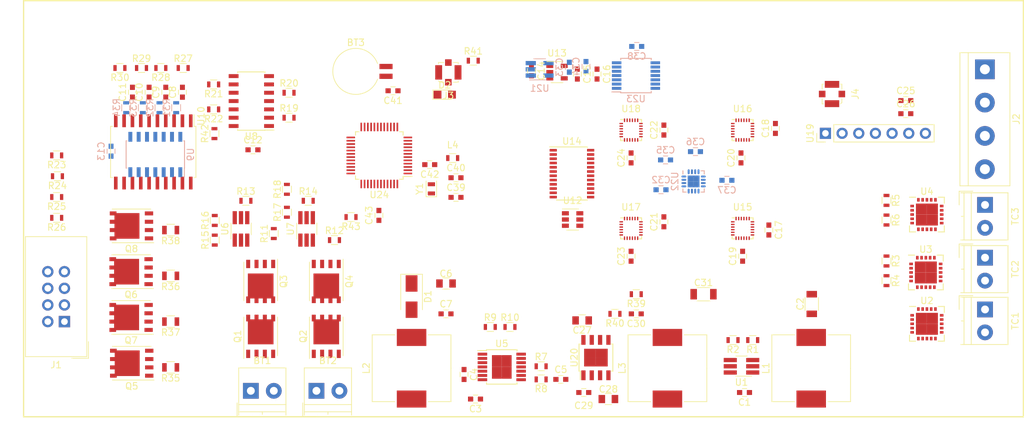
<source format=kicad_pcb>
(kicad_pcb (version 20171130) (host pcbnew "(5.0.1-3-g963ef8bb5)")
  (layers (0 F.Cu signal) (1 In1.Cu signal) (2 In2.Cu power) (31 B.Cu power) (34 B.Paste user) (35 F.Paste user) (36 B.SilkS user) (37 F.SilkS user) (38 B.Mask user) (39 F.Mask user) (44 Edge.Cuts user))
  (net 0 "")
  (net 1 EP)
  (net 2 /BatteryManager/BattA)
  (net 3 /BatteryManager/BattB)
  (net 4 "Net-(C1-Pad1)")
  (net 5 "Net-(C1-Pad2)")
  (net 6 +3V3)
  (net 7 +BATT)
  (net 8 "Net-(C4-Pad1)")
  (net 9 "Net-(C5-Pad1)")
  (net 10 +24V)
  (net 11 "Net-(C8-Pad1)")
  (net 12 "Net-(C9-Pad1)")
  (net 13 "Net-(C10-Pad1)")
  (net 14 "Net-(C11-Pad1)")
  (net 15 +5V)
  (net 16 "Net-(C15-Pad1)")
  (net 17 /IMU/1V8)
  (net 18 "Net-(C19-Pad2)")
  (net 19 "Net-(C20-Pad2)")
  (net 20 "Net-(C23-Pad2)")
  (net 21 "Net-(C24-Pad2)")
  (net 22 "Net-(C28-Pad1)")
  (net 23 "Net-(C29-Pad2)")
  (net 24 "Net-(C29-Pad1)")
  (net 25 "Net-(C30-Pad2)")
  (net 26 /200gAccel/3V0)
  (net 27 "Net-(C33-Pad1)")
  (net 28 /200gAccel/Zraw)
  (net 29 /200gAccel/Yraw)
  (net 30 /200gAccel/Xraw)
  (net 31 "Net-(C39-Pad1)")
  (net 32 "Net-(C40-Pad1)")
  (net 33 "Net-(C42-Pad2)")
  (net 34 "Net-(C43-Pad2)")
  (net 35 "Net-(D1-Pad2)")
  (net 36 "Net-(D2-Pad1)")
  (net 37 /PyroDriver/OUT4)
  (net 38 /PyroDriver/OUT3)
  (net 39 /PyroDriver/OUT2)
  (net 40 /PyroDriver/OUT1)
  (net 41 "Net-(J4-Pad2)")
  (net 42 "Net-(J4-Pad1)")
  (net 43 "Net-(Q5-Pad1)")
  (net 44 "Net-(Q6-Pad1)")
  (net 45 "Net-(Q7-Pad1)")
  (net 46 "Net-(Q8-Pad1)")
  (net 47 "Net-(R1-Pad2)")
  (net 48 "Net-(R3-Pad2)")
  (net 49 "Net-(R5-Pad2)")
  (net 50 "Net-(R7-Pad1)")
  (net 51 "Net-(R8-Pad2)")
  (net 52 "Net-(R10-Pad1)")
  (net 53 /BatteryManager/BattAEN)
  (net 54 /BatteryManager/BattBEN)
  (net 55 /BatteryManager/BatAStat)
  (net 56 /BatteryManager/BatBStat)
  (net 57 /BatteryManager/BattA_Sense)
  (net 58 /BatteryManager/BattB_Sense)
  (net 59 /PyroDriver/IN1)
  (net 60 /PyroDriver/IN2)
  (net 61 /PyroDriver/IN3)
  (net 62 /PyroDriver/IN4)
  (net 63 "Net-(R23-Pad1)")
  (net 64 "Net-(R24-Pad1)")
  (net 65 "Net-(R25-Pad1)")
  (net 66 "Net-(R26-Pad1)")
  (net 67 /PyroDriver/IN1B)
  (net 68 /PyroDriver/IN2B)
  (net 69 /PyroDriver/IN3B)
  (net 70 /PyroDriver/IN4B)
  (net 71 "Net-(R31-Pad2)")
  (net 72 "Net-(R32-Pad2)")
  (net 73 "Net-(R33-Pad2)")
  (net 74 "Net-(R34-Pad2)")
  (net 75 /PyroDriver/~EN)
  (net 76 "Net-(R43-Pad1)")
  (net 77 "Net-(TC1-Pad2)")
  (net 78 "Net-(TC1-Pad1)")
  (net 79 "Net-(TC2-Pad1)")
  (net 80 "Net-(TC2-Pad2)")
  (net 81 "Net-(TC3-Pad2)")
  (net 82 "Net-(TC3-Pad1)")
  (net 83 SCL)
  (net 84 SDA)
  (net 85 /IMU/SDO_1V8)
  (net 86 /IMU/SYNC_1V8)
  (net 87 /IMU/CS4_1V8)
  (net 88 /IMU/CS3_1V8)
  (net 89 /IMU/CS2_1V8)
  (net 90 /IMU/CS1_1V8)
  (net 91 /IMU/CLK_1V8)
  (net 92 /IMU/SDI_1V8)
  (net 93 "Net-(U23-Pad1)")
  (net 94 ACCEL_X)
  (net 95 ACCEL_Y)
  (net 96 ACCEL_Z)
  (net 97 "Net-(Q1-Pad4)")
  (net 98 "Net-(Q1-Pad5)")
  (net 99 "Net-(Q2-Pad4)")
  (net 100 "Net-(Q2-Pad5)")
  (net 101 "Net-(Q5-Pad4)")
  (net 102 "Net-(Q6-Pad4)")
  (net 103 "Net-(Q7-Pad4)")
  (net 104 "Net-(Q8-Pad4)")
  (module Capacitors_SMD:C_0603 (layer F.Cu) (at 127.67 169.015 180)
    (fp_text reference C1 (at 0 -1.5 180) (layer F.SilkS))
    (fp_text value 100nF)
    (pad 1 smd rect (at -0.75 0 180) (size 0.8 0.75) (layers F.Cu F.Paste F.Mask) (net 4 "Net-(C1-Pad1)"))
    (pad 2 smd rect (at 0.75 0 180) (size 0.8 0.75) (layers F.Cu F.Paste F.Mask) (net 5 "Net-(C1-Pad2)"))
  )
  (module Capacitors_SMD:C_0603 (layer F.Cu) (at 86.67 170.015 180)
    (fp_text reference C3 (at 0 -1.5 180) (layer F.SilkS))
    (fp_text value 4.7uF)
    (pad 1 smd rect (at -0.75 0 180) (size 0.8 0.75) (layers F.Cu F.Paste F.Mask) (net 7 +BATT))
    (pad 2 smd rect (at 0.75 0 180) (size 0.8 0.75) (layers F.Cu F.Paste F.Mask) (net 1 EP))
  )
  (module Capacitors_SMD:C_0603 (layer F.Cu) (at 84.92 166.265 270)
    (fp_text reference C4 (at 0 -1.5 270) (layer F.SilkS))
    (fp_text value 47nF)
    (pad 2 smd rect (at 0.75 0 270) (size 0.8 0.75) (layers F.Cu F.Paste F.Mask) (net 1 EP))
    (pad 1 smd rect (at -0.75 0 270) (size 0.8 0.75) (layers F.Cu F.Paste F.Mask) (net 8 "Net-(C4-Pad1)"))
  )
  (module Capacitors_SMD:C_0603 (layer F.Cu) (at 99.67 167.015)
    (fp_text reference C5 (at 0 -1.5) (layer F.SilkS))
    (fp_text value 15nF)
    (pad 1 smd rect (at -0.75 0) (size 0.8 0.75) (layers F.Cu F.Paste F.Mask) (net 9 "Net-(C5-Pad1)"))
    (pad 2 smd rect (at 0.75 0) (size 0.8 0.75) (layers F.Cu F.Paste F.Mask) (net 1 EP))
  )
  (module Capacitors_SMD:C_0603 (layer F.Cu) (at 82.17 157.015)
    (fp_text reference C7 (at 0 -1.5) (layer F.SilkS))
    (fp_text value 1uF)
    (pad 2 smd rect (at 0.75 0) (size 0.8 0.75) (layers F.Cu F.Paste F.Mask) (net 1 EP))
    (pad 1 smd rect (at -0.75 0) (size 0.8 0.75) (layers F.Cu F.Paste F.Mask) (net 10 +24V))
  )
  (module Capacitors_SMD:C_0603 (layer F.Cu) (at 41.99298 123.194857 90)
    (fp_text reference C8 (at 0 -1.5 90) (layer F.SilkS))
    (fp_text value 0.1µF)
    (pad 2 smd rect (at 0.75 0 90) (size 0.8 0.75) (layers F.Cu F.Paste F.Mask) (net 1 EP))
    (pad 1 smd rect (at -0.75 0 90) (size 0.8 0.75) (layers F.Cu F.Paste F.Mask) (net 11 "Net-(C8-Pad1)"))
  )
  (module Capacitors_SMD:C_0603 (layer F.Cu) (at 39.45298 123.194857 90)
    (fp_text reference C9 (at 0 -1.5 90) (layer F.SilkS))
    (fp_text value 0.1µF)
    (pad 1 smd rect (at -0.75 0 90) (size 0.8 0.75) (layers F.Cu F.Paste F.Mask) (net 12 "Net-(C9-Pad1)"))
    (pad 2 smd rect (at 0.75 0 90) (size 0.8 0.75) (layers F.Cu F.Paste F.Mask) (net 1 EP))
  )
  (module Capacitors_SMD:C_0603 (layer F.Cu) (at 36.91298 123.194857 90)
    (fp_text reference C10 (at 0 -1.5 90) (layer F.SilkS))
    (fp_text value 0.1µF)
    (pad 2 smd rect (at 0.75 0 90) (size 0.8 0.75) (layers F.Cu F.Paste F.Mask) (net 1 EP))
    (pad 1 smd rect (at -0.75 0 90) (size 0.8 0.75) (layers F.Cu F.Paste F.Mask) (net 13 "Net-(C10-Pad1)"))
  )
  (module Capacitors_SMD:C_0603 (layer F.Cu) (at 34.37298 123.194857 90)
    (fp_text reference C11 (at 0 -1.5 90) (layer F.SilkS))
    (fp_text value 0.1µF)
    (pad 2 smd rect (at 0.75 0 90) (size 0.8 0.75) (layers F.Cu F.Paste F.Mask) (net 1 EP))
    (pad 1 smd rect (at -0.75 0 90) (size 0.8 0.75) (layers F.Cu F.Paste F.Mask) (net 14 "Net-(C11-Pad1)"))
  )
  (module Capacitors_SMD:C_0603 (layer F.Cu) (at 52.745143 131.98298)
    (fp_text reference C12 (at 0 -1.5) (layer F.SilkS))
    (fp_text value 1µF)
    (pad 1 smd rect (at -0.75 0) (size 0.8 0.75) (layers F.Cu F.Paste F.Mask) (net 15 +5V))
    (pad 2 smd rect (at 0.75 0) (size 0.8 0.75) (layers F.Cu F.Paste F.Mask) (net 1 EP))
  )
  (module Capacitors_SMD:C_0603 (layer B.Cu) (at 31.115 132.195 270)
    (fp_text reference C13 (at 0 1.5 270) (layer B.SilkS) (effects (justify mirror)))
    (fp_text value 1µF)
    (pad 2 smd rect (at 0.75 0 270) (size 0.8 0.75) (layers B.Cu B.Paste B.Mask) (net 1 EP))
    (pad 1 smd rect (at -0.75 0 270) (size 0.8 0.75) (layers B.Cu B.Paste B.Mask) (net 15 +5V))
  )
  (module Capacitors_SMD:C_0603 (layer F.Cu) (at 95.19 119.925 270)
    (fp_text reference C14 (at 0 -1.5 270) (layer F.SilkS))
    (fp_text value 1µF)
    (pad 1 smd rect (at -0.75 0 270) (size 0.8 0.75) (layers F.Cu F.Paste F.Mask) (net 6 +3V3))
    (pad 2 smd rect (at 0.75 0 270) (size 0.8 0.75) (layers F.Cu F.Paste F.Mask) (net 1 EP))
  )
  (module Capacitors_SMD:C_0603 (layer F.Cu) (at 102.19 120.425 270)
    (fp_text reference C15 (at 0 -1.5 270) (layer F.SilkS))
    (fp_text value 0.01µF)
    (pad 2 smd rect (at 0.75 0 270) (size 0.8 0.75) (layers F.Cu F.Paste F.Mask) (net 1 EP))
    (pad 1 smd rect (at -0.75 0 270) (size 0.8 0.75) (layers F.Cu F.Paste F.Mask) (net 16 "Net-(C15-Pad1)"))
  )
  (module Capacitors_SMD:C_0603 (layer F.Cu) (at 105.19 120.425 270)
    (fp_text reference C16 (at 0 -1.5 270) (layer F.SilkS))
    (fp_text value 2.2µF)
    (pad 2 smd rect (at 0.75 0 270) (size 0.8 0.75) (layers F.Cu F.Paste F.Mask) (net 1 EP))
    (pad 1 smd rect (at -0.75 0 270) (size 0.8 0.75) (layers F.Cu F.Paste F.Mask) (net 17 /IMU/1V8))
  )
  (module Capacitors_SMD:C_0603 (layer F.Cu) (at 131.38 144.22 270)
    (fp_text reference C17 (at 0 -1.5 270) (layer F.SilkS))
    (fp_text value 0.1µF)
    (pad 1 smd rect (at -0.75 0 270) (size 0.8 0.75) (layers F.Cu F.Paste F.Mask) (net 17 /IMU/1V8))
    (pad 2 smd rect (at 0.75 0 270) (size 0.8 0.75) (layers F.Cu F.Paste F.Mask) (net 1 EP))
  )
  (module Capacitors_SMD:C_0603 (layer F.Cu) (at 132.38 128.72 90)
    (fp_text reference C18 (at 0 -1.5 90) (layer F.SilkS))
    (fp_text value 0.1µF)
    (pad 2 smd rect (at 0.75 0 90) (size 0.8 0.75) (layers F.Cu F.Paste F.Mask) (net 1 EP))
    (pad 1 smd rect (at -0.75 0 90) (size 0.8 0.75) (layers F.Cu F.Paste F.Mask) (net 17 /IMU/1V8))
  )
  (module Capacitors_SMD:C_0603 (layer F.Cu) (at 127.38 148.22 90)
    (fp_text reference C19 (at 0 -1.5 90) (layer F.SilkS))
    (fp_text value 0.1µF)
    (pad 2 smd rect (at 0.75 0 90) (size 0.8 0.75) (layers F.Cu F.Paste F.Mask) (net 18 "Net-(C19-Pad2)"))
    (pad 1 smd rect (at -0.75 0 90) (size 0.8 0.75) (layers F.Cu F.Paste F.Mask) (net 1 EP))
  )
  (module Capacitors_SMD:C_0603 (layer F.Cu) (at 127.13 133.22 90)
    (fp_text reference C20 (at 0 -1.5 90) (layer F.SilkS))
    (fp_text value 0.1µF)
    (pad 2 smd rect (at 0.75 0 90) (size 0.8 0.75) (layers F.Cu F.Paste F.Mask) (net 19 "Net-(C20-Pad2)"))
    (pad 1 smd rect (at -0.75 0 90) (size 0.8 0.75) (layers F.Cu F.Paste F.Mask) (net 1 EP))
  )
  (module Capacitors_SMD:C_0603 (layer F.Cu) (at 115.38 142.97 90)
    (fp_text reference C21 (at 0 -1.5 90) (layer F.SilkS))
    (fp_text value 0.1µF)
    (pad 1 smd rect (at -0.75 0 90) (size 0.8 0.75) (layers F.Cu F.Paste F.Mask) (net 17 /IMU/1V8))
    (pad 2 smd rect (at 0.75 0 90) (size 0.8 0.75) (layers F.Cu F.Paste F.Mask) (net 1 EP))
  )
  (module Capacitors_SMD:C_0603 (layer F.Cu) (at 115.38 128.97 90)
    (fp_text reference C22 (at 0 -1.5 90) (layer F.SilkS))
    (fp_text value 0.1µF)
    (pad 1 smd rect (at -0.75 0 90) (size 0.8 0.75) (layers F.Cu F.Paste F.Mask) (net 17 /IMU/1V8))
    (pad 2 smd rect (at 0.75 0 90) (size 0.8 0.75) (layers F.Cu F.Paste F.Mask) (net 1 EP))
  )
  (module Capacitors_SMD:C_0603 (layer F.Cu) (at 110.38 148.22 90)
    (fp_text reference C23 (at 0 -1.5 90) (layer F.SilkS))
    (fp_text value 0.1µF)
    (pad 1 smd rect (at -0.75 0 90) (size 0.8 0.75) (layers F.Cu F.Paste F.Mask) (net 1 EP))
    (pad 2 smd rect (at 0.75 0 90) (size 0.8 0.75) (layers F.Cu F.Paste F.Mask) (net 20 "Net-(C23-Pad2)"))
  )
  (module Capacitors_SMD:C_0603 (layer F.Cu) (at 110.38 133.22 90)
    (fp_text reference C24 (at 0 -1.5 90) (layer F.SilkS))
    (fp_text value 0.1µF)
    (pad 1 smd rect (at -0.75 0 90) (size 0.8 0.75) (layers F.Cu F.Paste F.Mask) (net 1 EP))
    (pad 2 smd rect (at 0.75 0 90) (size 0.8 0.75) (layers F.Cu F.Paste F.Mask) (net 21 "Net-(C24-Pad2)"))
  )
  (module Capacitors_SMD:C_0603 (layer F.Cu) (at 152.255 124.465)
    (fp_text reference C25 (at 0 -1.5) (layer F.SilkS))
    (fp_text value 0.1uF)
    (pad 2 smd rect (at 0.75 0) (size 0.8 0.75) (layers F.Cu F.Paste F.Mask) (net 1 EP))
    (pad 1 smd rect (at -0.75 0) (size 0.8 0.75) (layers F.Cu F.Paste F.Mask) (net 15 +5V))
  )
  (module Capacitors_SMD:C_0603 (layer F.Cu) (at 152.255 126.465)
    (fp_text reference C26 (at 0 -1.5) (layer F.SilkS))
    (fp_text value 10uF)
    (pad 1 smd rect (at -0.75 0) (size 0.8 0.75) (layers F.Cu F.Paste F.Mask) (net 15 +5V))
    (pad 2 smd rect (at 0.75 0) (size 0.8 0.75) (layers F.Cu F.Paste F.Mask) (net 1 EP))
  )
  (module Capacitors_SMD:C_0603 (layer F.Cu) (at 103.17 169.015)
    (fp_text reference C29 (at 0 2) (layer F.SilkS))
    (fp_text value 680nF)
    (pad 2 smd rect (at 0.75 0) (size 0.8 0.75) (layers F.Cu F.Paste F.Mask) (net 23 "Net-(C29-Pad2)"))
    (pad 1 smd rect (at -0.75 0) (size 0.8 0.75) (layers F.Cu F.Paste F.Mask) (net 24 "Net-(C29-Pad1)"))
  )
  (module Capacitors_SMD:C_0603 (layer F.Cu) (at 111.17 157.015 180)
    (fp_text reference C30 (at 0 -1.5 180) (layer F.SilkS))
    (fp_text value 11pF)
    (pad 1 smd rect (at -0.75 0 180) (size 0.8 0.75) (layers F.Cu F.Paste F.Mask) (net 15 +5V))
    (pad 2 smd rect (at 0.75 0 180) (size 0.8 0.75) (layers F.Cu F.Paste F.Mask) (net 25 "Net-(C30-Pad2)"))
  )
  (module Capacitors_SMD:C_0603 (layer B.Cu) (at 114.940078 138.077666 180)
    (fp_text reference C32 (at 0 1.5 180) (layer B.SilkS) (effects (justify mirror)))
    (fp_text value 0.1uF)
    (pad 1 smd rect (at -0.75 0 180) (size 0.8 0.75) (layers B.Cu B.Paste B.Mask) (net 26 /200gAccel/3V0))
    (pad 2 smd rect (at 0.75 0 180) (size 0.8 0.75) (layers B.Cu B.Paste B.Mask) (net 1 EP))
  )
  (module Capacitors_SMD:C_0603 (layer B.Cu) (at 100.965 119.38 270)
    (fp_text reference C33 (at 0 1.5 270) (layer B.SilkS) (effects (justify mirror)))
    (fp_text value 0.01µF)
    (pad 1 smd rect (at -0.75 0 270) (size 0.8 0.75) (layers B.Cu B.Paste B.Mask) (net 27 "Net-(C33-Pad1)"))
    (pad 2 smd rect (at 0.75 0 270) (size 0.8 0.75) (layers B.Cu B.Paste B.Mask) (net 1 EP))
  )
  (module Capacitors_SMD:C_0603 (layer B.Cu) (at 103.505 119.265 270)
    (fp_text reference C34 (at 0 1.5 270) (layer B.SilkS) (effects (justify mirror)))
    (fp_text value 10uF)
    (pad 2 smd rect (at 0.75 0 270) (size 0.8 0.75) (layers B.Cu B.Paste B.Mask) (net 1 EP))
    (pad 1 smd rect (at -0.75 0 270) (size 0.8 0.75) (layers B.Cu B.Paste B.Mask) (net 26 /200gAccel/3V0))
  )
  (module Capacitors_SMD:C_0603 (layer B.Cu) (at 115.635078 133.527666 180)
    (fp_text reference C35 (at 0 1.5 180) (layer B.SilkS) (effects (justify mirror)))
    (fp_text value 0.05µF)
    (pad 1 smd rect (at -0.75 0 180) (size 0.8 0.75) (layers B.Cu B.Paste B.Mask) (net 28 /200gAccel/Zraw))
    (pad 2 smd rect (at 0.75 0 180) (size 0.8 0.75) (layers B.Cu B.Paste B.Mask) (net 1 EP))
  )
  (module Capacitors_SMD:C_0603 (layer B.Cu) (at 120.195078 132.257666 180)
    (fp_text reference C36 (at 0 1.5 180) (layer B.SilkS) (effects (justify mirror)))
    (fp_text value 0.05µF)
    (pad 2 smd rect (at 0.75 0 180) (size 0.8 0.75) (layers B.Cu B.Paste B.Mask) (net 1 EP))
    (pad 1 smd rect (at -0.75 0 180) (size 0.8 0.75) (layers B.Cu B.Paste B.Mask) (net 29 /200gAccel/Yraw))
  )
  (module Capacitors_SMD:C_0603 (layer B.Cu) (at 124.985078 136.632666)
    (fp_text reference C37 (at 0 1.5) (layer B.SilkS) (effects (justify mirror)))
    (fp_text value 0.05µF)
    (pad 1 smd rect (at -0.75 0) (size 0.8 0.75) (layers B.Cu B.Paste B.Mask) (net 30 /200gAccel/Xraw))
    (pad 2 smd rect (at 0.75 0) (size 0.8 0.75) (layers B.Cu B.Paste B.Mask) (net 1 EP))
  )
  (module Capacitors_SMD:C_0603 (layer B.Cu) (at 111.24 116.205)
    (fp_text reference C38 (at 0 1.5) (layer B.SilkS) (effects (justify mirror)))
    (fp_text value 0.1uF)
    (pad 2 smd rect (at 0.75 0) (size 0.8 0.75) (layers B.Cu B.Paste B.Mask) (net 1 EP))
    (pad 1 smd rect (at -0.75 0) (size 0.8 0.75) (layers B.Cu B.Paste B.Mask) (net 26 /200gAccel/3V0))
  )
  (module Capacitors_SMD:C_0603 (layer F.Cu) (at 83.69 139.24)
    (fp_text reference C39 (at 0 -1.5) (layer F.SilkS))
    (fp_text value 15pF)
    (pad 1 smd rect (at -0.75 0) (size 0.8 0.75) (layers F.Cu F.Paste F.Mask) (net 31 "Net-(C39-Pad1)"))
    (pad 2 smd rect (at 0.75 0) (size 0.8 0.75) (layers F.Cu F.Paste F.Mask) (net 1 EP))
  )
  (module Capacitors_SMD:C_0603 (layer F.Cu) (at 83.69 136.24)
    (fp_text reference C40 (at 0 -1.5) (layer F.SilkS))
    (fp_text value 15pF)
    (pad 2 smd rect (at 0.75 0) (size 0.8 0.75) (layers F.Cu F.Paste F.Mask) (net 1 EP))
    (pad 1 smd rect (at -0.75 0) (size 0.8 0.75) (layers F.Cu F.Paste F.Mask) (net 32 "Net-(C40-Pad1)"))
  )
  (module Capacitors_SMD:C_0603 (layer F.Cu) (at 74.095 122.97 180)
    (fp_text reference C41 (at 0 -1.5 180) (layer F.SilkS))
    (fp_text value 0.1µF)
    (pad 2 smd rect (at 0.75 0 180) (size 0.8 0.75) (layers F.Cu F.Paste F.Mask) (net 1 EP))
    (pad 1 smd rect (at -0.75 0 180) (size 0.8 0.75) (layers F.Cu F.Paste F.Mask) (net 6 +3V3))
  )
  (module Capacitors_SMD:C_0603 (layer F.Cu) (at 79.69 134.24 180)
    (fp_text reference C42 (at 0 -1.5 180) (layer F.SilkS))
    (fp_text value 0.1µF)
    (pad 1 smd rect (at -0.75 0 180) (size 0.8 0.75) (layers F.Cu F.Paste F.Mask) (net 1 EP))
    (pad 2 smd rect (at 0.75 0 180) (size 0.8 0.75) (layers F.Cu F.Paste F.Mask) (net 33 "Net-(C42-Pad2)"))
  )
  (module Capacitors_SMD:C_0603 (layer F.Cu) (at 71.94 141.99 90)
    (fp_text reference C43 (at 0 -1.5 90) (layer F.SilkS))
    (fp_text value 0.1µF)
    (pad 1 smd rect (at -0.75 0 90) (size 0.8 0.75) (layers F.Cu F.Paste F.Mask) (net 1 EP))
    (pad 2 smd rect (at 0.75 0 90) (size 0.8 0.75) (layers F.Cu F.Paste F.Mask) (net 34 "Net-(C43-Pad2)"))
  )
  (module Diodes_SMD:D_SMA (layer F.Cu) (at 76.92 154.38 270)
    (fp_text reference D1 (at 0 -2.5 270) (layer F.SilkS))
    (fp_text value D)
    (pad 2 smd rect (at 2 0 270) (size 2.5 1.8) (layers F.Cu F.Paste F.Mask) (net 35 "Net-(D1-Pad2)"))
    (pad 1 smd rect (at -2 0 270) (size 2.5 1.8) (layers F.Cu F.Paste F.Mask) (net 10 +24V))
  )
  (module LEDs:LED_0805 (layer F.Cu) (at 81.975001 123.565001)
    (fp_text reference D2 (at 0 -1.45) (layer F.SilkS))
    (fp_text value LED)
    (pad 1 smd rect (at -1.1 0 180) (size 1.2 1.2) (layers F.Cu F.Paste F.Mask) (net 36 "Net-(D2-Pad1)"))
    (pad 2 smd rect (at 1.1 0 180) (size 1.2 1.2) (layers F.Cu F.Paste F.Mask))
  )
  (module Connectors_IDC:IDC-Header_2x04_Pitch2.54mm_Straight (layer F.Cu) (at 24.010143 158.19798 180)
    (fp_text reference J1 (at 1.27 -6.604 180) (layer F.SilkS))
    (fp_text value Screw_Terminal_01x08)
    (pad 8 thru_hole oval (at 2.54 7.62 180) (size 1.7272 1.7272) (drill 1.016) (layers *.Cu *.Mask) (net 1 EP))
    (pad 7 thru_hole oval (at 0 7.62 180) (size 1.7272 1.7272) (drill 1.016) (layers *.Cu *.Mask) (net 37 /PyroDriver/OUT4))
    (pad 6 thru_hole oval (at 2.54 5.08 180) (size 1.7272 1.7272) (drill 1.016) (layers *.Cu *.Mask) (net 1 EP))
    (pad 5 thru_hole oval (at 0 5.08 180) (size 1.7272 1.7272) (drill 1.016) (layers *.Cu *.Mask) (net 38 /PyroDriver/OUT3))
    (pad 4 thru_hole oval (at 2.54 2.54 180) (size 1.7272 1.7272) (drill 1.016) (layers *.Cu *.Mask) (net 1 EP))
    (pad 3 thru_hole oval (at 0 2.54 180) (size 1.7272 1.7272) (drill 1.016) (layers *.Cu *.Mask) (net 39 /PyroDriver/OUT2))
    (pad 2 thru_hole oval (at 2.54 0 180) (size 1.7272 1.7272) (drill 1.016) (layers *.Cu *.Mask) (net 1 EP))
    (pad 1 thru_hole rect (at 0 0 180) (size 1.7272 1.7272) (drill 1.016) (layers *.Cu *.Mask) (net 40 /PyroDriver/OUT1))
  )
  (module TerminalBlock:TerminalBlock_bornier-4_P5.08mm (layer F.Cu) (at 164.308872 119.698225 270)
    (fp_text reference J2 (at 7.6 -4.8 270) (layer F.SilkS))
    (fp_text value Screw_Terminal_01x04)
    (pad 4 thru_hole circle (at 15.24 0 270) (size 3 3) (drill 1.52) (layers *.Cu *.Mask) (net 1 EP))
    (pad 1 thru_hole rect (at 0 0 270) (size 3 3) (drill 1.52) (layers *.Cu *.Mask) (net 10 +24V))
    (pad 3 thru_hole circle (at 10.16 0 270) (size 3 3) (drill 1.52) (layers *.Cu *.Mask))
    (pad 2 thru_hole circle (at 5.08 0 270) (size 3 3) (drill 1.52) (layers *.Cu *.Mask))
  )
  (module Connectors_Molex:Molex_Microcoaxial_RF (layer F.Cu) (at 82.525001 120.165001)
    (fp_text reference J3 (at 0 3.556) (layer F.SilkS))
    (fp_text value Conn_Coaxial)
    (pad 1 smd rect (at 0 1.5) (size 1 1) (layers F.Cu F.Paste F.Mask))
    (pad 2 smd rect (at 0 -1.5) (size 1 1) (layers F.Cu F.Paste F.Mask) (net 1 EP))
    (pad 2 smd rect (at 1.475 0) (size 1.05 2.2) (layers F.Cu F.Paste F.Mask) (net 1 EP))
    (pad 2 smd rect (at -1.475 0) (size 1.05 2.2) (layers F.Cu F.Paste F.Mask) (net 1 EP))
  )
  (module Connectors_Molex:Molex_Microcoaxial_RF (layer F.Cu) (at 141.005 123.465 90)
    (fp_text reference J4 (at 0 3.556 90) (layer F.SilkS))
    (fp_text value Conn_Coaxial)
    (pad 2 smd rect (at -1.475 0 90) (size 1.05 2.2) (layers F.Cu F.Paste F.Mask) (net 41 "Net-(J4-Pad2)"))
    (pad 2 smd rect (at 1.475 0 90) (size 1.05 2.2) (layers F.Cu F.Paste F.Mask) (net 41 "Net-(J4-Pad2)"))
    (pad 2 smd rect (at 0 -1.5 90) (size 1 1) (layers F.Cu F.Paste F.Mask) (net 41 "Net-(J4-Pad2)"))
    (pad 1 smd rect (at 0 1.5 90) (size 1 1) (layers F.Cu F.Paste F.Mask) (net 42 "Net-(J4-Pad1)"))
  )
  (module Inductors_SMD:L_Wuerth_HCM-1240 (layer F.Cu) (at 137.834154 165.315 90)
    (fp_text reference L1 (at 0 -6.9 90) (layer F.SilkS))
    (fp_text value 2.2uH)
    (pad 2 smd rect (at 4.7 0 90) (size 2.6 4.5) (layers F.Cu F.Paste F.Mask) (net 6 +3V3))
    (pad 1 smd rect (at -4.7 0 90) (size 2.6 4.5) (layers F.Cu F.Paste F.Mask) (net 4 "Net-(C1-Pad1)"))
  )
  (module Inductors_SMD:L_Wuerth_HCM-1240 (layer F.Cu) (at 76.92 165.315 90)
    (fp_text reference L2 (at 0 -6.9 90) (layer F.SilkS))
    (fp_text value 15uH)
    (pad 2 smd rect (at 4.7 0 90) (size 2.6 4.5) (layers F.Cu F.Paste F.Mask) (net 35 "Net-(D1-Pad2)"))
    (pad 1 smd rect (at -4.7 0 90) (size 2.6 4.5) (layers F.Cu F.Paste F.Mask) (net 7 +BATT))
  )
  (module Inductors_SMD:L_Wuerth_HCM-1240 (layer F.Cu) (at 115.92 165.315 90)
    (fp_text reference L3 (at 0 -6.9 90) (layer F.SilkS))
    (fp_text value 2.2µH)
    (pad 1 smd rect (at -4.7 0 90) (size 2.6 4.5) (layers F.Cu F.Paste F.Mask) (net 24 "Net-(C29-Pad1)"))
    (pad 2 smd rect (at 4.7 0 90) (size 2.6 4.5) (layers F.Cu F.Paste F.Mask) (net 15 +5V))
  )
  (module Inductors_SMD:L_0603 (layer F.Cu) (at 83.19 133.24 180)
    (fp_text reference L4 (at 0 2 180) (layer F.SilkS))
    (fp_text value L)
    (pad 2 smd rect (at 0.75 0 180) (size 0.5 0.9) (layers F.Cu F.Paste F.Mask) (net 33 "Net-(C42-Pad2)"))
    (pad 1 smd rect (at -0.75 0 180) (size 0.5 0.9) (layers F.Cu F.Paste F.Mask) (net 6 +3V3))
  )
  (module Package_SO:PowerPAK_SO-8_Single (layer F.Cu) (at 53.92 160.45 90)
    (fp_text reference Q1 (at 0 -3.5 90) (layer F.SilkS))
    (fp_text value Q_PMOS_DGS)
    (pad 1 smd rect (at -2.67 -1.905 90) (size 1.27 0.61) (layers F.Cu F.Paste F.Mask) (net 2 /BatteryManager/BattA))
    (pad 2 smd rect (at -2.67 -0.635 90) (size 1.27 0.61) (layers F.Cu F.Paste F.Mask) (net 2 /BatteryManager/BattA))
    (pad 3 smd rect (at -2.67 0.635 90) (size 1.27 0.61) (layers F.Cu F.Paste F.Mask) (net 2 /BatteryManager/BattA))
    (pad 4 smd rect (at -2.67 1.905 90) (size 1.27 0.61) (layers F.Cu F.Paste F.Mask) (net 97 "Net-(Q1-Pad4)"))
    (pad 5 smd rect (at 2.795 1.905 90) (size 1.02 0.61) (layers F.Cu F.Paste F.Mask) (net 98 "Net-(Q1-Pad5)"))
    (pad 5 smd rect (at 2.795 0.635 90) (size 1.02 0.61) (layers F.Cu F.Paste F.Mask) (net 98 "Net-(Q1-Pad5)"))
    (pad 5 smd rect (at 2.795 -0.635 90) (size 1.02 0.61) (layers F.Cu F.Paste F.Mask) (net 98 "Net-(Q1-Pad5)"))
    (pad 5 smd rect (at 2.795 -1.905 90) (size 1.02 0.61) (layers F.Cu F.Paste F.Mask) (net 98 "Net-(Q1-Pad5)"))
    (pad 5 smd rect (at 0.69 0 90) (size 3.81 3.91) (layers F.Cu F.Paste F.Mask) (net 98 "Net-(Q1-Pad5)"))
  )
  (module Package_SO:PowerPAK_SO-8_Single (layer F.Cu) (at 63.92 160.45 90)
    (fp_text reference Q2 (at 0 -3.5 90) (layer F.SilkS))
    (fp_text value Q_PMOS_DGS)
    (pad 1 smd rect (at -2.67 -1.905 90) (size 1.27 0.61) (layers F.Cu F.Paste F.Mask) (net 3 /BatteryManager/BattB))
    (pad 2 smd rect (at -2.67 -0.635 90) (size 1.27 0.61) (layers F.Cu F.Paste F.Mask) (net 3 /BatteryManager/BattB))
    (pad 3 smd rect (at -2.67 0.635 90) (size 1.27 0.61) (layers F.Cu F.Paste F.Mask) (net 3 /BatteryManager/BattB))
    (pad 4 smd rect (at -2.67 1.905 90) (size 1.27 0.61) (layers F.Cu F.Paste F.Mask) (net 99 "Net-(Q2-Pad4)"))
    (pad 5 smd rect (at 2.795 1.905 90) (size 1.02 0.61) (layers F.Cu F.Paste F.Mask) (net 100 "Net-(Q2-Pad5)"))
    (pad 5 smd rect (at 2.795 0.635 90) (size 1.02 0.61) (layers F.Cu F.Paste F.Mask) (net 100 "Net-(Q2-Pad5)"))
    (pad 5 smd rect (at 2.795 -0.635 90) (size 1.02 0.61) (layers F.Cu F.Paste F.Mask) (net 100 "Net-(Q2-Pad5)"))
    (pad 5 smd rect (at 2.795 -1.905 90) (size 1.02 0.61) (layers F.Cu F.Paste F.Mask) (net 100 "Net-(Q2-Pad5)"))
    (pad 5 smd rect (at 0.69 0 90) (size 3.81 3.91) (layers F.Cu F.Paste F.Mask) (net 100 "Net-(Q2-Pad5)"))
  )
  (module Package_SO:PowerPAK_SO-8_Single (layer F.Cu) (at 53.92 152.07 270)
    (fp_text reference Q3 (at 0 -3.5 270) (layer F.SilkS))
    (fp_text value Q_PMOS_DGS)
    (pad 5 smd rect (at 0.69 0 270) (size 3.81 3.91) (layers F.Cu F.Paste F.Mask) (net 98 "Net-(Q1-Pad5)"))
    (pad 5 smd rect (at 2.795 -1.905 270) (size 1.02 0.61) (layers F.Cu F.Paste F.Mask) (net 98 "Net-(Q1-Pad5)"))
    (pad 5 smd rect (at 2.795 -0.635 270) (size 1.02 0.61) (layers F.Cu F.Paste F.Mask) (net 98 "Net-(Q1-Pad5)"))
    (pad 5 smd rect (at 2.795 0.635 270) (size 1.02 0.61) (layers F.Cu F.Paste F.Mask) (net 98 "Net-(Q1-Pad5)"))
    (pad 5 smd rect (at 2.795 1.905 270) (size 1.02 0.61) (layers F.Cu F.Paste F.Mask) (net 98 "Net-(Q1-Pad5)"))
    (pad 4 smd rect (at -2.67 1.905 270) (size 1.27 0.61) (layers F.Cu F.Paste F.Mask) (net 97 "Net-(Q1-Pad4)"))
    (pad 3 smd rect (at -2.67 0.635 270) (size 1.27 0.61) (layers F.Cu F.Paste F.Mask) (net 7 +BATT))
    (pad 2 smd rect (at -2.67 -0.635 270) (size 1.27 0.61) (layers F.Cu F.Paste F.Mask) (net 7 +BATT))
    (pad 1 smd rect (at -2.67 -1.905 270) (size 1.27 0.61) (layers F.Cu F.Paste F.Mask) (net 7 +BATT))
  )
  (module Package_SO:PowerPAK_SO-8_Single (layer F.Cu) (at 63.92 152.07 270)
    (fp_text reference Q4 (at 0 -3.5 270) (layer F.SilkS))
    (fp_text value Q_PMOS_DGS)
    (pad 5 smd rect (at 0.69 0 270) (size 3.81 3.91) (layers F.Cu F.Paste F.Mask) (net 100 "Net-(Q2-Pad5)"))
    (pad 5 smd rect (at 2.795 -1.905 270) (size 1.02 0.61) (layers F.Cu F.Paste F.Mask) (net 100 "Net-(Q2-Pad5)"))
    (pad 5 smd rect (at 2.795 -0.635 270) (size 1.02 0.61) (layers F.Cu F.Paste F.Mask) (net 100 "Net-(Q2-Pad5)"))
    (pad 5 smd rect (at 2.795 0.635 270) (size 1.02 0.61) (layers F.Cu F.Paste F.Mask) (net 100 "Net-(Q2-Pad5)"))
    (pad 5 smd rect (at 2.795 1.905 270) (size 1.02 0.61) (layers F.Cu F.Paste F.Mask) (net 100 "Net-(Q2-Pad5)"))
    (pad 4 smd rect (at -2.67 1.905 270) (size 1.27 0.61) (layers F.Cu F.Paste F.Mask) (net 99 "Net-(Q2-Pad4)"))
    (pad 3 smd rect (at -2.67 0.635 270) (size 1.27 0.61) (layers F.Cu F.Paste F.Mask) (net 7 +BATT))
    (pad 2 smd rect (at -2.67 -0.635 270) (size 1.27 0.61) (layers F.Cu F.Paste F.Mask) (net 7 +BATT))
    (pad 1 smd rect (at -2.67 -1.905 270) (size 1.27 0.61) (layers F.Cu F.Paste F.Mask) (net 7 +BATT))
  )
  (module Package_SO:PowerPAK_SO-8_Single (layer F.Cu) (at 34.265143 164.54798 180)
    (fp_text reference Q5 (at 0 -3.5 180) (layer F.SilkS))
    (fp_text value Q_NMOS_DGS)
    (pad 5 smd rect (at 0.69 0 180) (size 3.81 3.91) (layers F.Cu F.Paste F.Mask) (net 40 /PyroDriver/OUT1))
    (pad 5 smd rect (at 2.795 -1.905 180) (size 1.02 0.61) (layers F.Cu F.Paste F.Mask) (net 40 /PyroDriver/OUT1))
    (pad 5 smd rect (at 2.795 -0.635 180) (size 1.02 0.61) (layers F.Cu F.Paste F.Mask) (net 40 /PyroDriver/OUT1))
    (pad 5 smd rect (at 2.795 0.635 180) (size 1.02 0.61) (layers F.Cu F.Paste F.Mask) (net 40 /PyroDriver/OUT1))
    (pad 5 smd rect (at 2.795 1.905 180) (size 1.02 0.61) (layers F.Cu F.Paste F.Mask) (net 40 /PyroDriver/OUT1))
    (pad 4 smd rect (at -2.67 1.905 180) (size 1.27 0.61) (layers F.Cu F.Paste F.Mask) (net 101 "Net-(Q5-Pad4)"))
    (pad 3 smd rect (at -2.67 0.635 180) (size 1.27 0.61) (layers F.Cu F.Paste F.Mask) (net 43 "Net-(Q5-Pad1)"))
    (pad 2 smd rect (at -2.67 -0.635 180) (size 1.27 0.61) (layers F.Cu F.Paste F.Mask) (net 43 "Net-(Q5-Pad1)"))
    (pad 1 smd rect (at -2.67 -1.905 180) (size 1.27 0.61) (layers F.Cu F.Paste F.Mask) (net 43 "Net-(Q5-Pad1)"))
  )
  (module Package_SO:PowerPAK_SO-8_Single (layer F.Cu) (at 34.170143 150.57798 180)
    (fp_text reference Q6 (at 0 -3.5 180) (layer F.SilkS))
    (fp_text value Q_NMOS_DGS)
    (pad 5 smd rect (at 0.69 0 180) (size 3.81 3.91) (layers F.Cu F.Paste F.Mask) (net 38 /PyroDriver/OUT3))
    (pad 5 smd rect (at 2.795 -1.905 180) (size 1.02 0.61) (layers F.Cu F.Paste F.Mask) (net 38 /PyroDriver/OUT3))
    (pad 5 smd rect (at 2.795 -0.635 180) (size 1.02 0.61) (layers F.Cu F.Paste F.Mask) (net 38 /PyroDriver/OUT3))
    (pad 5 smd rect (at 2.795 0.635 180) (size 1.02 0.61) (layers F.Cu F.Paste F.Mask) (net 38 /PyroDriver/OUT3))
    (pad 5 smd rect (at 2.795 1.905 180) (size 1.02 0.61) (layers F.Cu F.Paste F.Mask) (net 38 /PyroDriver/OUT3))
    (pad 4 smd rect (at -2.67 1.905 180) (size 1.27 0.61) (layers F.Cu F.Paste F.Mask) (net 102 "Net-(Q6-Pad4)"))
    (pad 3 smd rect (at -2.67 0.635 180) (size 1.27 0.61) (layers F.Cu F.Paste F.Mask) (net 44 "Net-(Q6-Pad1)"))
    (pad 2 smd rect (at -2.67 -0.635 180) (size 1.27 0.61) (layers F.Cu F.Paste F.Mask) (net 44 "Net-(Q6-Pad1)"))
    (pad 1 smd rect (at -2.67 -1.905 180) (size 1.27 0.61) (layers F.Cu F.Paste F.Mask) (net 44 "Net-(Q6-Pad1)"))
  )
  (module Package_SO:PowerPAK_SO-8_Single (layer F.Cu) (at 34.170143 157.56298 180)
    (fp_text reference Q7 (at 0 -3.5 180) (layer F.SilkS))
    (fp_text value Q_NMOS_DGS)
    (pad 1 smd rect (at -2.67 -1.905 180) (size 1.27 0.61) (layers F.Cu F.Paste F.Mask) (net 45 "Net-(Q7-Pad1)"))
    (pad 2 smd rect (at -2.67 -0.635 180) (size 1.27 0.61) (layers F.Cu F.Paste F.Mask) (net 45 "Net-(Q7-Pad1)"))
    (pad 3 smd rect (at -2.67 0.635 180) (size 1.27 0.61) (layers F.Cu F.Paste F.Mask) (net 45 "Net-(Q7-Pad1)"))
    (pad 4 smd rect (at -2.67 1.905 180) (size 1.27 0.61) (layers F.Cu F.Paste F.Mask) (net 103 "Net-(Q7-Pad4)"))
    (pad 5 smd rect (at 2.795 1.905 180) (size 1.02 0.61) (layers F.Cu F.Paste F.Mask) (net 39 /PyroDriver/OUT2))
    (pad 5 smd rect (at 2.795 0.635 180) (size 1.02 0.61) (layers F.Cu F.Paste F.Mask) (net 39 /PyroDriver/OUT2))
    (pad 5 smd rect (at 2.795 -0.635 180) (size 1.02 0.61) (layers F.Cu F.Paste F.Mask) (net 39 /PyroDriver/OUT2))
    (pad 5 smd rect (at 2.795 -1.905 180) (size 1.02 0.61) (layers F.Cu F.Paste F.Mask) (net 39 /PyroDriver/OUT2))
    (pad 5 smd rect (at 0.69 0 180) (size 3.81 3.91) (layers F.Cu F.Paste F.Mask) (net 39 /PyroDriver/OUT2))
  )
  (module Package_SO:PowerPAK_SO-8_Single (layer F.Cu) (at 34.225143 143.59298 180)
    (fp_text reference Q8 (at 0 -3.5 180) (layer F.SilkS))
    (fp_text value Q_NMOS_DGS)
    (pad 1 smd rect (at -2.67 -1.905 180) (size 1.27 0.61) (layers F.Cu F.Paste F.Mask) (net 46 "Net-(Q8-Pad1)"))
    (pad 2 smd rect (at -2.67 -0.635 180) (size 1.27 0.61) (layers F.Cu F.Paste F.Mask) (net 46 "Net-(Q8-Pad1)"))
    (pad 3 smd rect (at -2.67 0.635 180) (size 1.27 0.61) (layers F.Cu F.Paste F.Mask) (net 46 "Net-(Q8-Pad1)"))
    (pad 4 smd rect (at -2.67 1.905 180) (size 1.27 0.61) (layers F.Cu F.Paste F.Mask) (net 104 "Net-(Q8-Pad4)"))
    (pad 5 smd rect (at 2.795 1.905 180) (size 1.02 0.61) (layers F.Cu F.Paste F.Mask) (net 37 /PyroDriver/OUT4))
    (pad 5 smd rect (at 2.795 0.635 180) (size 1.02 0.61) (layers F.Cu F.Paste F.Mask) (net 37 /PyroDriver/OUT4))
    (pad 5 smd rect (at 2.795 -0.635 180) (size 1.02 0.61) (layers F.Cu F.Paste F.Mask) (net 37 /PyroDriver/OUT4))
    (pad 5 smd rect (at 2.795 -1.905 180) (size 1.02 0.61) (layers F.Cu F.Paste F.Mask) (net 37 /PyroDriver/OUT4))
    (pad 5 smd rect (at 0.69 0 180) (size 3.81 3.91) (layers F.Cu F.Paste F.Mask) (net 37 /PyroDriver/OUT4))
  )
  (module Resistors_SMD:R_0603 (layer F.Cu) (at 128.92 161.015 180)
    (fp_text reference R1 (at 0 -1.45 180) (layer F.SilkS))
    (fp_text value 33.2K)
    (pad 2 smd rect (at 0.75 0 180) (size 0.5 0.9) (layers F.Cu F.Paste F.Mask) (net 47 "Net-(R1-Pad2)"))
    (pad 1 smd rect (at -0.75 0 180) (size 0.5 0.9) (layers F.Cu F.Paste F.Mask) (net 6 +3V3))
  )
  (module Resistors_SMD:R_0603 (layer F.Cu) (at 125.92 161.015 180)
    (fp_text reference R2 (at 0 -1.45 180) (layer F.SilkS))
    (fp_text value 10K)
    (pad 1 smd rect (at -0.75 0 180) (size 0.5 0.9) (layers F.Cu F.Paste F.Mask) (net 47 "Net-(R1-Pad2)"))
    (pad 2 smd rect (at 0.75 0 180) (size 0.5 0.9) (layers F.Cu F.Paste F.Mask) (net 1 EP))
  )
  (module Resistors_SMD:R_0603 (layer F.Cu) (at 149.308872 148.948225 270)
    (fp_text reference R3 (at 0 -1.45 270) (layer F.SilkS))
    (fp_text value 2.2k)
    (pad 1 smd rect (at -0.75 0 270) (size 0.5 0.9) (layers F.Cu F.Paste F.Mask) (net 6 +3V3))
    (pad 2 smd rect (at 0.75 0 270) (size 0.5 0.9) (layers F.Cu F.Paste F.Mask) (net 48 "Net-(R3-Pad2)"))
  )
  (module Resistors_SMD:R_0603 (layer F.Cu) (at 149.308872 151.948225 270)
    (fp_text reference R4 (at 0 -1.45 270) (layer F.SilkS))
    (fp_text value 10K)
    (pad 2 smd rect (at 0.75 0 270) (size 0.5 0.9) (layers F.Cu F.Paste F.Mask) (net 1 EP))
    (pad 1 smd rect (at -0.75 0 270) (size 0.5 0.9) (layers F.Cu F.Paste F.Mask) (net 48 "Net-(R3-Pad2)"))
  )
  (module Resistors_SMD:R_0603 (layer F.Cu) (at 149.308872 139.698225 270)
    (fp_text reference R5 (at 0 -1.45 270) (layer F.SilkS))
    (fp_text value 4.3K)
    (pad 1 smd rect (at -0.75 0 270) (size 0.5 0.9) (layers F.Cu F.Paste F.Mask) (net 6 +3V3))
    (pad 2 smd rect (at 0.75 0 270) (size 0.5 0.9) (layers F.Cu F.Paste F.Mask) (net 49 "Net-(R5-Pad2)"))
  )
  (module Resistors_SMD:R_0603 (layer F.Cu) (at 149.308872 142.698225 270)
    (fp_text reference R6 (at 0 -1.45 270) (layer F.SilkS))
    (fp_text value 10K)
    (pad 2 smd rect (at 0.75 0 270) (size 0.5 0.9) (layers F.Cu F.Paste F.Mask) (net 1 EP))
    (pad 1 smd rect (at -0.75 0 270) (size 0.5 0.9) (layers F.Cu F.Paste F.Mask) (net 49 "Net-(R5-Pad2)"))
  )
  (module Resistors_SMD:R_0603 (layer F.Cu) (at 96.67 165.015)
    (fp_text reference R7 (at 0 -1.45) (layer F.SilkS))
    (fp_text value 86.6K)
    (pad 1 smd rect (at -0.75 0) (size 0.5 0.9) (layers F.Cu F.Paste F.Mask) (net 50 "Net-(R7-Pad1)"))
    (pad 2 smd rect (at 0.75 0) (size 0.5 0.9) (layers F.Cu F.Paste F.Mask) (net 1 EP))
  )
  (module Resistors_SMD:R_0603 (layer F.Cu) (at 96.67 167.015 180)
    (fp_text reference R8 (at 0 -1.45 180) (layer F.SilkS))
    (fp_text value 5.11k)
    (pad 2 smd rect (at 0.75 0 180) (size 0.5 0.9) (layers F.Cu F.Paste F.Mask) (net 51 "Net-(R8-Pad2)"))
    (pad 1 smd rect (at -0.75 0 180) (size 0.5 0.9) (layers F.Cu F.Paste F.Mask) (net 9 "Net-(C5-Pad1)"))
  )
  (module Resistors_SMD:R_0603 (layer F.Cu) (at 88.92 159.015)
    (fp_text reference R9 (at 0 -1.45) (layer F.SilkS))
    (fp_text value 300k)
    (pad 2 smd rect (at 0.75 0) (size 0.5 0.9) (layers F.Cu F.Paste F.Mask) (net 52 "Net-(R10-Pad1)"))
    (pad 1 smd rect (at -0.75 0) (size 0.5 0.9) (layers F.Cu F.Paste F.Mask) (net 10 +24V))
  )
  (module Resistors_SMD:R_0603 (layer F.Cu) (at 91.92 159.015)
    (fp_text reference R10 (at 0 -1.45) (layer F.SilkS))
    (fp_text value 16.2k)
    (pad 1 smd rect (at -0.75 0) (size 0.5 0.9) (layers F.Cu F.Paste F.Mask) (net 52 "Net-(R10-Pad1)"))
    (pad 2 smd rect (at 0.75 0) (size 0.5 0.9) (layers F.Cu F.Paste F.Mask) (net 1 EP))
  )
  (module Resistors_SMD:R_0603 (layer F.Cu) (at 55.92 144.76 90)
    (fp_text reference R11 (at 0 -1.45 90) (layer F.SilkS))
    (fp_text value 50k)
    (pad 2 smd rect (at 0.75 0 90) (size 0.5 0.9) (layers F.Cu F.Paste F.Mask) (net 1 EP))
    (pad 1 smd rect (at -0.75 0 90) (size 0.5 0.9) (layers F.Cu F.Paste F.Mask) (net 53 /BatteryManager/BattAEN))
  )
  (module Resistors_SMD:R_0603 (layer F.Cu) (at 65.17 145.76)
    (fp_text reference R12 (at 0 -1.45) (layer F.SilkS))
    (fp_text value 50k)
    (pad 1 smd rect (at -0.75 0) (size 0.5 0.9) (layers F.Cu F.Paste F.Mask) (net 54 /BatteryManager/BattBEN))
    (pad 2 smd rect (at 0.75 0) (size 0.5 0.9) (layers F.Cu F.Paste F.Mask) (net 1 EP))
  )
  (module Resistors_SMD:R_0603 (layer F.Cu) (at 51.67 139.76)
    (fp_text reference R13 (at 0 -1.45) (layer F.SilkS))
    (fp_text value 470K)
    (pad 1 smd rect (at -0.75 0) (size 0.5 0.9) (layers F.Cu F.Paste F.Mask) (net 6 +3V3))
    (pad 2 smd rect (at 0.75 0) (size 0.5 0.9) (layers F.Cu F.Paste F.Mask) (net 55 /BatteryManager/BatAStat))
  )
  (module Resistors_SMD:R_0603 (layer F.Cu) (at 61.17 139.76)
    (fp_text reference R14 (at 0 -1.45) (layer F.SilkS))
    (fp_text value 470K)
    (pad 2 smd rect (at 0.75 0) (size 0.5 0.9) (layers F.Cu F.Paste F.Mask) (net 56 /BatteryManager/BatBStat))
    (pad 1 smd rect (at -0.75 0) (size 0.5 0.9) (layers F.Cu F.Paste F.Mask) (net 6 +3V3))
  )
  (module Resistors_SMD:R_0603 (layer F.Cu) (at 46.92 145.76 90)
    (fp_text reference R15 (at 0 -1.45 90) (layer F.SilkS))
    (fp_text value 10K)
    (pad 1 smd rect (at -0.75 0 90) (size 0.5 0.9) (layers F.Cu F.Paste F.Mask) (net 2 /BatteryManager/BattA))
    (pad 2 smd rect (at 0.75 0 90) (size 0.5 0.9) (layers F.Cu F.Paste F.Mask) (net 57 /BatteryManager/BattA_Sense))
  )
  (module Resistors_SMD:R_0603 (layer F.Cu) (at 46.92 142.76 90)
    (fp_text reference R16 (at 0 -1.45 90) (layer F.SilkS))
    (fp_text value 50K)
    (pad 2 smd rect (at 0.75 0 90) (size 0.5 0.9) (layers F.Cu F.Paste F.Mask) (net 1 EP))
    (pad 1 smd rect (at -0.75 0 90) (size 0.5 0.9) (layers F.Cu F.Paste F.Mask) (net 57 /BatteryManager/BattA_Sense))
  )
  (module Resistors_SMD:R_0603 (layer F.Cu) (at 57.92 141.51 90)
    (fp_text reference R17 (at 0 -1.45 90) (layer F.SilkS))
    (fp_text value 10K)
    (pad 1 smd rect (at -0.75 0 90) (size 0.5 0.9) (layers F.Cu F.Paste F.Mask) (net 3 /BatteryManager/BattB))
    (pad 2 smd rect (at 0.75 0 90) (size 0.5 0.9) (layers F.Cu F.Paste F.Mask) (net 58 /BatteryManager/BattB_Sense))
  )
  (module Resistors_SMD:R_0603 (layer F.Cu) (at 57.92 138.01 90)
    (fp_text reference R18 (at 0 -1.45 90) (layer F.SilkS))
    (fp_text value 50K)
    (pad 2 smd rect (at 0.75 0 90) (size 0.5 0.9) (layers F.Cu F.Paste F.Mask) (net 1 EP))
    (pad 1 smd rect (at -0.75 0 90) (size 0.5 0.9) (layers F.Cu F.Paste F.Mask) (net 58 /BatteryManager/BattB_Sense))
  )
  (module Resistors_SMD:R_0603 (layer F.Cu) (at 58.245143 127.08298)
    (fp_text reference R19 (at 0 -1.45) (layer F.SilkS))
    (fp_text value 10k)
    (pad 1 smd rect (at -0.75 0) (size 0.5 0.9) (layers F.Cu F.Paste F.Mask) (net 59 /PyroDriver/IN1))
    (pad 2 smd rect (at 0.75 0) (size 0.5 0.9) (layers F.Cu F.Paste F.Mask) (net 1 EP))
  )
  (module Resistors_SMD:R_0603 (layer F.Cu) (at 58.245143 123.27298)
    (fp_text reference R20 (at 0 -1.45) (layer F.SilkS))
    (fp_text value 10k)
    (pad 2 smd rect (at 0.75 0) (size 0.5 0.9) (layers F.Cu F.Paste F.Mask) (net 1 EP))
    (pad 1 smd rect (at -0.75 0) (size 0.5 0.9) (layers F.Cu F.Paste F.Mask) (net 60 /PyroDriver/IN2))
  )
  (module Resistors_SMD:R_0603 (layer F.Cu) (at 46.755143 122.00298 180)
    (fp_text reference R21 (at 0 -1.45 180) (layer F.SilkS))
    (fp_text value 10k)
    (pad 2 smd rect (at 0.75 0 180) (size 0.5 0.9) (layers F.Cu F.Paste F.Mask) (net 1 EP))
    (pad 1 smd rect (at -0.75 0 180) (size 0.5 0.9) (layers F.Cu F.Paste F.Mask) (net 61 /PyroDriver/IN3))
  )
  (module Resistors_SMD:R_0603 (layer F.Cu) (at 46.755143 125.81298 180)
    (fp_text reference R22 (at 0 -1.45 180) (layer F.SilkS))
    (fp_text value 10k)
    (pad 1 smd rect (at -0.75 0 180) (size 0.5 0.9) (layers F.Cu F.Paste F.Mask) (net 62 /PyroDriver/IN4))
    (pad 2 smd rect (at 0.75 0 180) (size 0.5 0.9) (layers F.Cu F.Paste F.Mask) (net 1 EP))
  )
  (module Resistors_SMD:R_0603 (layer F.Cu) (at 22.82798 132.834857 180)
    (fp_text reference R23 (at 0 -1.45 180) (layer F.SilkS))
    (fp_text value 100K)
    (pad 1 smd rect (at -0.75 0 180) (size 0.5 0.9) (layers F.Cu F.Paste F.Mask) (net 63 "Net-(R23-Pad1)"))
    (pad 2 smd rect (at 0.75 0 180) (size 0.5 0.9) (layers F.Cu F.Paste F.Mask) (net 40 /PyroDriver/OUT1))
  )
  (module Resistors_SMD:R_0603 (layer F.Cu) (at 22.94298 136.009857 180)
    (fp_text reference R24 (at 0 -1.45 180) (layer F.SilkS))
    (fp_text value 100K)
    (pad 1 smd rect (at -0.75 0 180) (size 0.5 0.9) (layers F.Cu F.Paste F.Mask) (net 64 "Net-(R24-Pad1)"))
    (pad 2 smd rect (at 0.75 0 180) (size 0.5 0.9) (layers F.Cu F.Paste F.Mask) (net 39 /PyroDriver/OUT2))
  )
  (module Resistors_SMD:R_0603 (layer F.Cu) (at 22.82798 139.184857 180)
    (fp_text reference R25 (at 0 -1.45 180) (layer F.SilkS))
    (fp_text value 100K)
    (pad 1 smd rect (at -0.75 0 180) (size 0.5 0.9) (layers F.Cu F.Paste F.Mask) (net 65 "Net-(R25-Pad1)"))
    (pad 2 smd rect (at 0.75 0 180) (size 0.5 0.9) (layers F.Cu F.Paste F.Mask) (net 38 /PyroDriver/OUT3))
  )
  (module Resistors_SMD:R_0603 (layer F.Cu) (at 22.82798 142.359857 180)
    (fp_text reference R26 (at 0 -1.45 180) (layer F.SilkS))
    (fp_text value 100K)
    (pad 1 smd rect (at -0.75 0 180) (size 0.5 0.9) (layers F.Cu F.Paste F.Mask) (net 66 "Net-(R26-Pad1)"))
    (pad 2 smd rect (at 0.75 0 180) (size 0.5 0.9) (layers F.Cu F.Paste F.Mask) (net 37 /PyroDriver/OUT4))
  )
  (module Resistors_SMD:R_0603 (layer F.Cu) (at 42.10798 119.499857)
    (fp_text reference R27 (at 0 -1.45) (layer F.SilkS))
    (fp_text value 10k)
    (pad 2 smd rect (at 0.75 0) (size 0.5 0.9) (layers F.Cu F.Paste F.Mask) (net 1 EP))
    (pad 1 smd rect (at -0.75 0) (size 0.5 0.9) (layers F.Cu F.Paste F.Mask) (net 67 /PyroDriver/IN1B))
  )
  (module Resistors_SMD:R_0603 (layer F.Cu) (at 38.70298 119.499857 180)
    (fp_text reference R28 (at 0 -1.45 180) (layer F.SilkS))
    (fp_text value 10k)
    (pad 1 smd rect (at -0.75 0 180) (size 0.5 0.9) (layers F.Cu F.Paste F.Mask) (net 68 /PyroDriver/IN2B))
    (pad 2 smd rect (at 0.75 0 180) (size 0.5 0.9) (layers F.Cu F.Paste F.Mask) (net 1 EP))
  )
  (module Resistors_SMD:R_0603 (layer F.Cu) (at 35.75798 119.499857)
    (fp_text reference R29 (at 0 -1.45) (layer F.SilkS))
    (fp_text value 10k)
    (pad 1 smd rect (at -0.75 0) (size 0.5 0.9) (layers F.Cu F.Paste F.Mask) (net 69 /PyroDriver/IN3B))
    (pad 2 smd rect (at 0.75 0) (size 0.5 0.9) (layers F.Cu F.Paste F.Mask) (net 1 EP))
  )
  (module Resistors_SMD:R_0603 (layer F.Cu) (at 32.46798 119.499857 180)
    (fp_text reference R30 (at 0 -1.45 180) (layer F.SilkS))
    (fp_text value 10k)
    (pad 2 smd rect (at 0.75 0 180) (size 0.5 0.9) (layers F.Cu F.Paste F.Mask) (net 1 EP))
    (pad 1 smd rect (at -0.75 0 180) (size 0.5 0.9) (layers F.Cu F.Paste F.Mask) (net 70 /PyroDriver/IN4B))
  )
  (module Resistors_SMD:R_0603 (layer B.Cu) (at 41.037857 125.559313 270)
    (fp_text reference R31 (at 0 1.45 270) (layer B.SilkS) (effects (justify mirror)))
    (fp_text value 1K)
    (pad 2 smd rect (at 0.75 0 270) (size 0.5 0.9) (layers B.Cu B.Paste B.Mask) (net 71 "Net-(R31-Pad2)"))
    (pad 1 smd rect (at -0.75 0 270) (size 0.5 0.9) (layers B.Cu B.Paste B.Mask))
  )
  (module Resistors_SMD:R_0603 (layer B.Cu) (at 38.497857 125.559313 270)
    (fp_text reference R32 (at 0 1.45 270) (layer B.SilkS) (effects (justify mirror)))
    (fp_text value 1K)
    (pad 2 smd rect (at 0.75 0 270) (size 0.5 0.9) (layers B.Cu B.Paste B.Mask) (net 72 "Net-(R32-Pad2)"))
    (pad 1 smd rect (at -0.75 0 270) (size 0.5 0.9) (layers B.Cu B.Paste B.Mask))
  )
  (module Resistors_SMD:R_0603 (layer B.Cu) (at 35.957857 125.559313 270)
    (fp_text reference R33 (at 0 1.45 270) (layer B.SilkS) (effects (justify mirror)))
    (fp_text value 1K)
    (pad 1 smd rect (at -0.75 0 270) (size 0.5 0.9) (layers B.Cu B.Paste B.Mask))
    (pad 2 smd rect (at 0.75 0 270) (size 0.5 0.9) (layers B.Cu B.Paste B.Mask) (net 73 "Net-(R33-Pad2)"))
  )
  (module Resistors_SMD:R_0603 (layer B.Cu) (at 33.417857 125.559313 270)
    (fp_text reference R34 (at 0 1.45 270) (layer B.SilkS) (effects (justify mirror)))
    (fp_text value 1K)
    (pad 2 smd rect (at 0.75 0 270) (size 0.5 0.9) (layers B.Cu B.Paste B.Mask) (net 74 "Net-(R34-Pad2)"))
    (pad 1 smd rect (at -0.75 0 270) (size 0.5 0.9) (layers B.Cu B.Paste B.Mask))
  )
  (module Resistors_SMD:R_0603 (layer F.Cu) (at 111.17 154.015 180)
    (fp_text reference R39 (at 0 -1.45 180) (layer F.SilkS))
    (fp_text value 88.7k)
    (pad 2 smd rect (at 0.75 0 180) (size 0.5 0.9) (layers F.Cu F.Paste F.Mask) (net 25 "Net-(C30-Pad2)"))
    (pad 1 smd rect (at -0.75 0 180) (size 0.5 0.9) (layers F.Cu F.Paste F.Mask) (net 15 +5V))
  )
  (module Resistors_SMD:R_0603 (layer F.Cu) (at 107.92 157.015 180)
    (fp_text reference R40 (at 0 -1.45 180) (layer F.SilkS))
    (fp_text value 22.1k)
    (pad 1 smd rect (at -0.75 0 180) (size 0.5 0.9) (layers F.Cu F.Paste F.Mask) (net 25 "Net-(C30-Pad2)"))
    (pad 2 smd rect (at 0.75 0 180) (size 0.5 0.9) (layers F.Cu F.Paste F.Mask) (net 1 EP))
  )
  (module Resistors_SMD:R_0603 (layer F.Cu) (at 86.325001 118.380001)
    (fp_text reference R41 (at 0 -1.45) (layer F.SilkS))
    (fp_text value 220)
    (pad 2 smd rect (at 0.75 0) (size 0.5 0.9) (layers F.Cu F.Paste F.Mask) (net 36 "Net-(D2-Pad1)"))
    (pad 1 smd rect (at -0.75 0) (size 0.5 0.9) (layers F.Cu F.Paste F.Mask) (net 1 EP))
  )
  (module Resistors_SMD:R_0603 (layer F.Cu) (at 46.870143 129.50798 90)
    (fp_text reference R42 (at 0 -1.45 90) (layer F.SilkS))
    (fp_text value 10k)
    (pad 2 smd rect (at 0.75 0 90) (size 0.5 0.9) (layers F.Cu F.Paste F.Mask) (net 75 /PyroDriver/~EN))
    (pad 1 smd rect (at -0.75 0 90) (size 0.5 0.9) (layers F.Cu F.Paste F.Mask) (net 15 +5V))
  )
  (module Resistors_SMD:R_0603 (layer F.Cu) (at 67.69 142.24 180)
    (fp_text reference R43 (at 0 -1.45 180) (layer F.SilkS))
    (fp_text value 10k)
    (pad 2 smd rect (at 0.75 0 180) (size 0.5 0.9) (layers F.Cu F.Paste F.Mask) (net 6 +3V3))
    (pad 1 smd rect (at -0.75 0 180) (size 0.5 0.9) (layers F.Cu F.Paste F.Mask) (net 76 "Net-(R43-Pad1)"))
  )
  (module TerminalBlock_4UCON:TerminalBlock_4UCON_19963_02x3.5mm_Straight (layer F.Cu) (at 164.330173 156.342411 270)
    (fp_text reference TC1 (at 1.75 -4.6 270) (layer F.SilkS))
    (fp_text value Thermocouple)
    (pad 2 thru_hole circle (at 3.5 0 270) (size 2.4 2.4) (drill 1.2) (layers *.Cu *.Mask) (net 77 "Net-(TC1-Pad2)"))
    (pad 1 thru_hole rect (at 0 0 270) (size 2.4 2.4) (drill 1.2) (layers *.Cu *.Mask) (net 78 "Net-(TC1-Pad1)"))
  )
  (module TerminalBlock_4UCON:TerminalBlock_4UCON_19963_02x3.5mm_Straight (layer F.Cu) (at 164.330173 148.442411 270)
    (fp_text reference TC2 (at 1.75 -4.6 270) (layer F.SilkS))
    (fp_text value Thermocouple)
    (pad 1 thru_hole rect (at 0 0 270) (size 2.4 2.4) (drill 1.2) (layers *.Cu *.Mask) (net 79 "Net-(TC2-Pad1)"))
    (pad 2 thru_hole circle (at 3.5 0 270) (size 2.4 2.4) (drill 1.2) (layers *.Cu *.Mask) (net 80 "Net-(TC2-Pad2)"))
  )
  (module TerminalBlock_4UCON:TerminalBlock_4UCON_19963_02x3.5mm_Straight (layer F.Cu) (at 164.330173 140.392411 270)
    (fp_text reference TC3 (at 1.75 -4.6 270) (layer F.SilkS))
    (fp_text value Thermocouple)
    (pad 2 thru_hole circle (at 3.5 0 270) (size 2.4 2.4) (drill 1.2) (layers *.Cu *.Mask) (net 81 "Net-(TC3-Pad2)"))
    (pad 1 thru_hole rect (at 0 0 270) (size 2.4 2.4) (drill 1.2) (layers *.Cu *.Mask) (net 82 "Net-(TC3-Pad1)"))
  )
  (module TO_SOT_Packages_SMD:TSOT-23-6_HandSoldering (layer F.Cu) (at 127.21 165.015 180)
    (fp_text reference U1 (at 0 -2.45 180) (layer F.SilkS))
    (fp_text value TPS565208)
    (pad 6 smd rect (at 1.71 -0.95 180) (size 2 0.65) (layers F.Cu F.Paste F.Mask) (net 5 "Net-(C1-Pad2)"))
    (pad 5 smd rect (at 1.71 0 180) (size 2 0.65) (layers F.Cu F.Paste F.Mask) (net 7 +BATT))
    (pad 4 smd rect (at 1.71 0.95 180) (size 2 0.65) (layers F.Cu F.Paste F.Mask) (net 47 "Net-(R1-Pad2)"))
    (pad 3 smd rect (at -1.71 0.95 180) (size 2 0.65) (layers F.Cu F.Paste F.Mask) (net 7 +BATT))
    (pad 2 smd rect (at -1.71 0 180) (size 2 0.65) (layers F.Cu F.Paste F.Mask) (net 4 "Net-(C1-Pad1)"))
    (pad 1 smd rect (at -1.71 -0.95 180) (size 2 0.65) (layers F.Cu F.Paste F.Mask) (net 1 EP))
  )
  (module Housings_DFN_QFN:QFN-20-1EP_5x5mm_Pitch0.65mm (layer F.Cu) (at 155.471372 158.535725)
    (fp_text reference U2 (at 0 -3.525) (layer F.SilkS))
    (fp_text value MCP9600)
    (pad 1 smd rect (at -2.25 -1.3) (size 0.55 0.4) (layers F.Cu F.Paste F.Mask) (net 1 EP))
    (pad 2 smd rect (at -2.25 -0.65) (size 0.55 0.4) (layers F.Cu F.Paste F.Mask) (net 78 "Net-(TC1-Pad1)"))
    (pad 3 smd rect (at -2.25 0) (size 0.55 0.4) (layers F.Cu F.Paste F.Mask) (net 1 EP))
    (pad 4 smd rect (at -2.25 0.65) (size 0.55 0.4) (layers F.Cu F.Paste F.Mask) (net 77 "Net-(TC1-Pad2)"))
    (pad 5 smd rect (at -2.25 1.3) (size 0.55 0.4) (layers F.Cu F.Paste F.Mask) (net 1 EP))
    (pad 6 smd rect (at -1.3 2.25 90) (size 0.55 0.4) (layers F.Cu F.Paste F.Mask))
    (pad 7 smd rect (at -0.65 2.25 90) (size 0.55 0.4) (layers F.Cu F.Paste F.Mask))
    (pad 8 smd rect (at 0 2.25 90) (size 0.55 0.4) (layers F.Cu F.Paste F.Mask) (net 6 +3V3))
    (pad 9 smd rect (at 0.65 2.25 90) (size 0.55 0.4) (layers F.Cu F.Paste F.Mask))
    (pad 10 smd rect (at 1.3 2.25 90) (size 0.55 0.4) (layers F.Cu F.Paste F.Mask))
    (pad 11 smd rect (at 2.25 1.3) (size 0.55 0.4) (layers F.Cu F.Paste F.Mask))
    (pad 12 smd rect (at 2.25 0.65) (size 0.55 0.4) (layers F.Cu F.Paste F.Mask))
    (pad 13 smd rect (at 2.25 0) (size 0.55 0.4) (layers F.Cu F.Paste F.Mask) (net 1 EP))
    (pad 14 smd rect (at 2.25 -0.65) (size 0.55 0.4) (layers F.Cu F.Paste F.Mask))
    (pad 15 smd rect (at 2.25 -1.3) (size 0.55 0.4) (layers F.Cu F.Paste F.Mask))
    (pad 16 smd rect (at 1.3 -2.25 90) (size 0.55 0.4) (layers F.Cu F.Paste F.Mask) (net 1 EP))
    (pad 17 smd rect (at 0.65 -2.25 90) (size 0.55 0.4) (layers F.Cu F.Paste F.Mask) (net 1 EP))
    (pad 18 smd rect (at 0 -2.25 90) (size 0.55 0.4) (layers F.Cu F.Paste F.Mask))
    (pad 19 smd rect (at -0.65 -2.25 90) (size 0.55 0.4) (layers F.Cu F.Paste F.Mask) (net 83 SCL))
    (pad 20 smd rect (at -1.3 -2.25 90) (size 0.55 0.4) (layers F.Cu F.Paste F.Mask) (net 84 SDA))
    (pad 21 smd rect (at 0.8375 0.8375) (size 1.675 1.675) (layers F.Cu F.Paste F.Mask) (net 1 EP))
    (pad 21 smd rect (at 0.8375 -0.8375) (size 1.675 1.675) (layers F.Cu F.Paste F.Mask) (net 1 EP))
    (pad 21 smd rect (at -0.8375 0.8375) (size 1.675 1.675) (layers F.Cu F.Paste F.Mask) (net 1 EP))
    (pad 21 smd rect (at -0.8375 -0.8375) (size 1.675 1.675) (layers F.Cu F.Paste F.Mask) (net 1 EP))
  )
  (module Housings_DFN_QFN:QFN-20-1EP_5x5mm_Pitch0.65mm (layer F.Cu) (at 155.308872 150.698225)
    (fp_text reference U3 (at 0 -3.525) (layer F.SilkS))
    (fp_text value MCP9600)
    (pad 21 smd rect (at -0.8375 -0.8375) (size 1.675 1.675) (layers F.Cu F.Paste F.Mask) (net 1 EP))
    (pad 21 smd rect (at -0.8375 0.8375) (size 1.675 1.675) (layers F.Cu F.Paste F.Mask) (net 1 EP))
    (pad 21 smd rect (at 0.8375 -0.8375) (size 1.675 1.675) (layers F.Cu F.Paste F.Mask) (net 1 EP))
    (pad 21 smd rect (at 0.8375 0.8375) (size 1.675 1.675) (layers F.Cu F.Paste F.Mask) (net 1 EP))
    (pad 20 smd rect (at -1.3 -2.25 90) (size 0.55 0.4) (layers F.Cu F.Paste F.Mask) (net 84 SDA))
    (pad 19 smd rect (at -0.65 -2.25 90) (size 0.55 0.4) (layers F.Cu F.Paste F.Mask) (net 83 SCL))
    (pad 18 smd rect (at 0 -2.25 90) (size 0.55 0.4) (layers F.Cu F.Paste F.Mask))
    (pad 17 smd rect (at 0.65 -2.25 90) (size 0.55 0.4) (layers F.Cu F.Paste F.Mask) (net 1 EP))
    (pad 16 smd rect (at 1.3 -2.25 90) (size 0.55 0.4) (layers F.Cu F.Paste F.Mask) (net 48 "Net-(R3-Pad2)"))
    (pad 15 smd rect (at 2.25 -1.3) (size 0.55 0.4) (layers F.Cu F.Paste F.Mask))
    (pad 14 smd rect (at 2.25 -0.65) (size 0.55 0.4) (layers F.Cu F.Paste F.Mask))
    (pad 13 smd rect (at 2.25 0) (size 0.55 0.4) (layers F.Cu F.Paste F.Mask) (net 1 EP))
    (pad 12 smd rect (at 2.25 0.65) (size 0.55 0.4) (layers F.Cu F.Paste F.Mask))
    (pad 11 smd rect (at 2.25 1.3) (size 0.55 0.4) (layers F.Cu F.Paste F.Mask))
    (pad 10 smd rect (at 1.3 2.25 90) (size 0.55 0.4) (layers F.Cu F.Paste F.Mask))
    (pad 9 smd rect (at 0.65 2.25 90) (size 0.55 0.4) (layers F.Cu F.Paste F.Mask))
    (pad 8 smd rect (at 0 2.25 90) (size 0.55 0.4) (layers F.Cu F.Paste F.Mask) (net 6 +3V3))
    (pad 7 smd rect (at -0.65 2.25 90) (size 0.55 0.4) (layers F.Cu F.Paste F.Mask))
    (pad 6 smd rect (at -1.3 2.25 90) (size 0.55 0.4) (layers F.Cu F.Paste F.Mask))
    (pad 5 smd rect (at -2.25 1.3) (size 0.55 0.4) (layers F.Cu F.Paste F.Mask) (net 1 EP))
    (pad 4 smd rect (at -2.25 0.65) (size 0.55 0.4) (layers F.Cu F.Paste F.Mask) (net 80 "Net-(TC2-Pad2)"))
    (pad 3 smd rect (at -2.25 0) (size 0.55 0.4) (layers F.Cu F.Paste F.Mask) (net 1 EP))
    (pad 2 smd rect (at -2.25 -0.65) (size 0.55 0.4) (layers F.Cu F.Paste F.Mask) (net 79 "Net-(TC2-Pad1)"))
    (pad 1 smd rect (at -2.25 -1.3) (size 0.55 0.4) (layers F.Cu F.Paste F.Mask) (net 1 EP))
  )
  (module Housings_DFN_QFN:QFN-20-1EP_5x5mm_Pitch0.65mm (layer F.Cu) (at 155.471372 141.860725)
    (fp_text reference U4 (at 0 -3.525) (layer F.SilkS))
    (fp_text value MCP9600)
    (pad 21 smd rect (at -0.8375 -0.8375) (size 1.675 1.675) (layers F.Cu F.Paste F.Mask) (net 1 EP))
    (pad 21 smd rect (at -0.8375 0.8375) (size 1.675 1.675) (layers F.Cu F.Paste F.Mask) (net 1 EP))
    (pad 21 smd rect (at 0.8375 -0.8375) (size 1.675 1.675) (layers F.Cu F.Paste F.Mask) (net 1 EP))
    (pad 21 smd rect (at 0.8375 0.8375) (size 1.675 1.675) (layers F.Cu F.Paste F.Mask) (net 1 EP))
    (pad 20 smd rect (at -1.3 -2.25 90) (size 0.55 0.4) (layers F.Cu F.Paste F.Mask) (net 84 SDA))
    (pad 19 smd rect (at -0.65 -2.25 90) (size 0.55 0.4) (layers F.Cu F.Paste F.Mask) (net 83 SCL))
    (pad 18 smd rect (at 0 -2.25 90) (size 0.55 0.4) (layers F.Cu F.Paste F.Mask))
    (pad 17 smd rect (at 0.65 -2.25 90) (size 0.55 0.4) (layers F.Cu F.Paste F.Mask) (net 1 EP))
    (pad 16 smd rect (at 1.3 -2.25 90) (size 0.55 0.4) (layers F.Cu F.Paste F.Mask) (net 49 "Net-(R5-Pad2)"))
    (pad 15 smd rect (at 2.25 -1.3) (size 0.55 0.4) (layers F.Cu F.Paste F.Mask))
    (pad 14 smd rect (at 2.25 -0.65) (size 0.55 0.4) (layers F.Cu F.Paste F.Mask))
    (pad 13 smd rect (at 2.25 0) (size 0.55 0.4) (layers F.Cu F.Paste F.Mask) (net 1 EP))
    (pad 12 smd rect (at 2.25 0.65) (size 0.55 0.4) (layers F.Cu F.Paste F.Mask))
    (pad 11 smd rect (at 2.25 1.3) (size 0.55 0.4) (layers F.Cu F.Paste F.Mask))
    (pad 10 smd rect (at 1.3 2.25 90) (size 0.55 0.4) (layers F.Cu F.Paste F.Mask))
    (pad 9 smd rect (at 0.65 2.25 90) (size 0.55 0.4) (layers F.Cu F.Paste F.Mask))
    (pad 8 smd rect (at 0 2.25 90) (size 0.55 0.4) (layers F.Cu F.Paste F.Mask) (net 6 +3V3))
    (pad 7 smd rect (at -0.65 2.25 90) (size 0.55 0.4) (layers F.Cu F.Paste F.Mask))
    (pad 6 smd rect (at -1.3 2.25 90) (size 0.55 0.4) (layers F.Cu F.Paste F.Mask))
    (pad 5 smd rect (at -2.25 1.3) (size 0.55 0.4) (layers F.Cu F.Paste F.Mask) (net 1 EP))
    (pad 4 smd rect (at -2.25 0.65) (size 0.55 0.4) (layers F.Cu F.Paste F.Mask) (net 81 "Net-(TC3-Pad2)"))
    (pad 3 smd rect (at -2.25 0) (size 0.55 0.4) (layers F.Cu F.Paste F.Mask) (net 1 EP))
    (pad 2 smd rect (at -2.25 -0.65) (size 0.55 0.4) (layers F.Cu F.Paste F.Mask) (net 82 "Net-(TC3-Pad1)"))
    (pad 1 smd rect (at -2.25 -1.3) (size 0.55 0.4) (layers F.Cu F.Paste F.Mask) (net 1 EP))
  )
  (module Package_SO:TSSOP-14-1EP_4.4x5mm_P0.65mm (layer F.Cu) (at 90.67 165.115)
    (fp_text reference U5 (at 0 -3.55) (layer F.SilkS))
    (fp_text value TPS61175)
    (pad 15 smd rect (at -0.75 0.9) (size 1.5 1.8) (layers F.Cu F.Paste F.Mask))
    (pad 15 smd rect (at 0.75 0.9) (size 1.5 1.8) (layers F.Cu F.Paste F.Mask))
    (pad 15 smd rect (at 0.75 -0.9) (size 1.5 1.8) (layers F.Cu F.Paste F.Mask))
    (pad 1 smd rect (at -2.95 -1.95) (size 1.45 0.45) (layers F.Cu F.Paste F.Mask) (net 35 "Net-(D1-Pad2)"))
    (pad 2 smd rect (at -2.95 -1.3) (size 1.45 0.45) (layers F.Cu F.Paste F.Mask) (net 35 "Net-(D1-Pad2)"))
    (pad 3 smd rect (at -2.95 -0.65) (size 1.45 0.45) (layers F.Cu F.Paste F.Mask) (net 7 +BATT))
    (pad 4 smd rect (at -2.95 0) (size 1.45 0.45) (layers F.Cu F.Paste F.Mask) (net 7 +BATT))
    (pad 5 smd rect (at -2.95 0.65) (size 1.45 0.45) (layers F.Cu F.Paste F.Mask) (net 8 "Net-(C4-Pad1)"))
    (pad 6 smd rect (at -2.95 1.3) (size 1.45 0.45) (layers F.Cu F.Paste F.Mask) (net 1 EP))
    (pad 7 smd rect (at -2.95 1.95) (size 1.45 0.45) (layers F.Cu F.Paste F.Mask) (net 1 EP))
    (pad 8 smd rect (at 2.95 1.95) (size 1.45 0.45) (layers F.Cu F.Paste F.Mask) (net 51 "Net-(R8-Pad2)"))
    (pad 9 smd rect (at 2.95 1.3) (size 1.45 0.45) (layers F.Cu F.Paste F.Mask) (net 52 "Net-(R10-Pad1)"))
    (pad 10 smd rect (at 2.95 0.65) (size 1.45 0.45) (layers F.Cu F.Paste F.Mask) (net 50 "Net-(R7-Pad1)"))
    (pad 11 smd rect (at 2.95 0) (size 1.45 0.45) (layers F.Cu F.Paste F.Mask) (net 1 EP))
    (pad 12 smd rect (at 2.95 -0.65) (size 1.45 0.45) (layers F.Cu F.Paste F.Mask) (net 1 EP))
    (pad 13 smd rect (at 2.95 -1.3) (size 1.45 0.45) (layers F.Cu F.Paste F.Mask) (net 1 EP))
    (pad 14 smd rect (at 2.95 -1.95) (size 1.45 0.45) (layers F.Cu F.Paste F.Mask) (net 1 EP))
    (pad 15 smd rect (at -0.75 -0.9) (size 1.5 1.8) (layers F.Cu F.Paste F.Mask))
  )
  (module TO_SOT_Packages_SMD:TSOT-23-6_HandSoldering (layer F.Cu) (at 50.92 144.05 90)
    (fp_text reference U6 (at 0 -2.45 90) (layer F.SilkS))
    (fp_text value LTC4412)
    (pad 6 smd rect (at 1.71 -0.95 90) (size 2 0.65) (layers F.Cu F.Paste F.Mask) (net 7 +BATT))
    (pad 5 smd rect (at 1.71 0 90) (size 2 0.65) (layers F.Cu F.Paste F.Mask) (net 97 "Net-(Q1-Pad4)"))
    (pad 4 smd rect (at 1.71 0.95 90) (size 2 0.65) (layers F.Cu F.Paste F.Mask) (net 55 /BatteryManager/BatAStat))
    (pad 3 smd rect (at -1.71 0.95 90) (size 2 0.65) (layers F.Cu F.Paste F.Mask) (net 53 /BatteryManager/BattAEN))
    (pad 2 smd rect (at -1.71 0 90) (size 2 0.65) (layers F.Cu F.Paste F.Mask) (net 1 EP))
    (pad 1 smd rect (at -1.71 -0.95 90) (size 2 0.65) (layers F.Cu F.Paste F.Mask) (net 2 /BatteryManager/BattA))
  )
  (module TO_SOT_Packages_SMD:TSOT-23-6_HandSoldering (layer F.Cu) (at 60.92 144.05 90)
    (fp_text reference U7 (at 0 -2.45 90) (layer F.SilkS))
    (fp_text value LTC4412)
    (pad 1 smd rect (at -1.71 -0.95 90) (size 2 0.65) (layers F.Cu F.Paste F.Mask) (net 3 /BatteryManager/BattB))
    (pad 2 smd rect (at -1.71 0 90) (size 2 0.65) (layers F.Cu F.Paste F.Mask) (net 1 EP))
    (pad 3 smd rect (at -1.71 0.95 90) (size 2 0.65) (layers F.Cu F.Paste F.Mask) (net 54 /BatteryManager/BattBEN))
    (pad 4 smd rect (at 1.71 0.95 90) (size 2 0.65) (layers F.Cu F.Paste F.Mask) (net 56 /BatteryManager/BatBStat))
    (pad 5 smd rect (at 1.71 0 90) (size 2 0.65) (layers F.Cu F.Paste F.Mask) (net 99 "Net-(Q2-Pad4)"))
    (pad 6 smd rect (at 1.71 -0.95 90) (size 2 0.65) (layers F.Cu F.Paste F.Mask) (net 7 +BATT))
  )
  (module Housings_SOIC:SOIC-14_3.9x8.7mm_Pitch1.27mm (layer F.Cu) (at 52.495143 124.54298 180)
    (fp_text reference U8 (at 0 -5.375 180) (layer F.SilkS))
    (fp_text value 74LVC125)
    (pad 1 smd rect (at -2.7 -3.81 180) (size 1.5 0.6) (layers F.Cu F.Paste F.Mask) (net 75 /PyroDriver/~EN))
    (pad 2 smd rect (at -2.7 -2.54 180) (size 1.5 0.6) (layers F.Cu F.Paste F.Mask) (net 59 /PyroDriver/IN1))
    (pad 3 smd rect (at -2.7 -1.27 180) (size 1.5 0.6) (layers F.Cu F.Paste F.Mask) (net 67 /PyroDriver/IN1B))
    (pad 4 smd rect (at -2.7 0 180) (size 1.5 0.6) (layers F.Cu F.Paste F.Mask) (net 75 /PyroDriver/~EN))
    (pad 5 smd rect (at -2.7 1.27 180) (size 1.5 0.6) (layers F.Cu F.Paste F.Mask) (net 60 /PyroDriver/IN2))
    (pad 6 smd rect (at -2.7 2.54 180) (size 1.5 0.6) (layers F.Cu F.Paste F.Mask) (net 68 /PyroDriver/IN2B))
    (pad 7 smd rect (at -2.7 3.81 180) (size 1.5 0.6) (layers F.Cu F.Paste F.Mask) (net 1 EP))
    (pad 8 smd rect (at 2.7 3.81 180) (size 1.5 0.6) (layers F.Cu F.Paste F.Mask) (net 69 /PyroDriver/IN3B))
    (pad 9 smd rect (at 2.7 2.54 180) (size 1.5 0.6) (layers F.Cu F.Paste F.Mask) (net 61 /PyroDriver/IN3))
    (pad 10 smd rect (at 2.7 1.27 180) (size 1.5 0.6) (layers F.Cu F.Paste F.Mask) (net 75 /PyroDriver/~EN))
    (pad 11 smd rect (at 2.7 0 180) (size 1.5 0.6) (layers F.Cu F.Paste F.Mask) (net 70 /PyroDriver/IN4B))
    (pad 12 smd rect (at 2.7 -1.27 180) (size 1.5 0.6) (layers F.Cu F.Paste F.Mask) (net 62 /PyroDriver/IN4))
    (pad 13 smd rect (at 2.7 -2.54 180) (size 1.5 0.6) (layers F.Cu F.Paste F.Mask) (net 75 /PyroDriver/~EN))
    (pad 14 smd rect (at 2.7 -3.81 180) (size 1.5 0.6) (layers F.Cu F.Paste F.Mask) (net 15 +5V))
  )
  (module Housings_SOIC:SOIC-14_3.9x8.7mm_Pitch1.27mm (layer B.Cu) (at 37.862857 132.694313 90)
    (fp_text reference U9 (at 0 5.375 90) (layer B.SilkS) (effects (justify mirror)))
    (fp_text value 74HC86)
    (pad 14 smd rect (at 2.7 3.81 90) (size 1.5 0.6) (layers B.Cu B.Paste B.Mask) (net 15 +5V))
    (pad 13 smd rect (at 2.7 2.54 90) (size 1.5 0.6) (layers B.Cu B.Paste B.Mask) (net 70 /PyroDriver/IN4B))
    (pad 12 smd rect (at 2.7 1.27 90) (size 1.5 0.6) (layers B.Cu B.Paste B.Mask) (net 66 "Net-(R26-Pad1)"))
    (pad 11 smd rect (at 2.7 0 90) (size 1.5 0.6) (layers B.Cu B.Paste B.Mask) (net 74 "Net-(R34-Pad2)"))
    (pad 10 smd rect (at 2.7 -1.27 90) (size 1.5 0.6) (layers B.Cu B.Paste B.Mask) (net 69 /PyroDriver/IN3B))
    (pad 9 smd rect (at 2.7 -2.54 90) (size 1.5 0.6) (layers B.Cu B.Paste B.Mask) (net 65 "Net-(R25-Pad1)"))
    (pad 8 smd rect (at 2.7 -3.81 90) (size 1.5 0.6) (layers B.Cu B.Paste B.Mask) (net 73 "Net-(R33-Pad2)"))
    (pad 7 smd rect (at -2.7 -3.81 90) (size 1.5 0.6) (layers B.Cu B.Paste B.Mask) (net 1 EP))
    (pad 6 smd rect (at -2.7 -2.54 90) (size 1.5 0.6) (layers B.Cu B.Paste B.Mask) (net 72 "Net-(R32-Pad2)"))
    (pad 5 smd rect (at -2.7 -1.27 90) (size 1.5 0.6) (layers B.Cu B.Paste B.Mask) (net 68 /PyroDriver/IN2B))
    (pad 4 smd rect (at -2.7 0 90) (size 1.5 0.6) (layers B.Cu B.Paste B.Mask) (net 64 "Net-(R24-Pad1)"))
    (pad 3 smd rect (at -2.7 1.27 90) (size 1.5 0.6) (layers B.Cu B.Paste B.Mask) (net 71 "Net-(R31-Pad2)"))
    (pad 2 smd rect (at -2.7 2.54 90) (size 1.5 0.6) (layers B.Cu B.Paste B.Mask) (net 67 /PyroDriver/IN1B))
    (pad 1 smd rect (at -2.7 3.81 90) (size 1.5 0.6) (layers B.Cu B.Paste B.Mask) (net 63 "Net-(R23-Pad1)"))
  )
  (module Package_SO:Infineon_PG-DSO-20-32 (layer F.Cu) (at 37.54798 132.304857 270)
    (fp_text reference U10 (at -5.48 -7.3 270) (layer F.SilkS))
    (fp_text value LT1161)
    (pad 1 smd rect (at -4.75 -5.715) (size 0.55 1.95) (layers F.Cu F.Paste F.Mask) (net 1 EP))
    (pad 2 smd rect (at -4.75 -4.445) (size 0.55 1.95) (layers F.Cu F.Paste F.Mask) (net 11 "Net-(C8-Pad1)"))
    (pad 3 smd rect (at -4.75 -3.175) (size 0.55 1.95) (layers F.Cu F.Paste F.Mask) (net 67 /PyroDriver/IN1B))
    (pad 4 smd rect (at -4.75 -1.905) (size 0.55 1.95) (layers F.Cu F.Paste F.Mask) (net 12 "Net-(C9-Pad1)"))
    (pad 5 smd rect (at -4.75 -0.635) (size 0.55 1.95) (layers F.Cu F.Paste F.Mask) (net 68 /PyroDriver/IN2B))
    (pad 6 smd rect (at -4.75 0.635) (size 0.55 1.95) (layers F.Cu F.Paste F.Mask) (net 13 "Net-(C10-Pad1)"))
    (pad 7 smd rect (at -4.75 1.905) (size 0.55 1.95) (layers F.Cu F.Paste F.Mask) (net 69 /PyroDriver/IN3B))
    (pad 8 smd rect (at -4.75 3.175) (size 0.55 1.95) (layers F.Cu F.Paste F.Mask) (net 14 "Net-(C11-Pad1)"))
    (pad 9 smd rect (at -4.75 4.445) (size 0.55 1.95) (layers F.Cu F.Paste F.Mask) (net 70 /PyroDriver/IN4B))
    (pad 10 smd rect (at -4.75 5.715) (size 0.55 1.95) (layers F.Cu F.Paste F.Mask) (net 1 EP))
    (pad 11 smd rect (at 4.75 5.715) (size 0.55 1.95) (layers F.Cu F.Paste F.Mask) (net 7 +BATT))
    (pad 12 smd rect (at 4.75 4.445) (size 0.55 1.95) (layers F.Cu F.Paste F.Mask) (net 104 "Net-(Q8-Pad4)"))
    (pad 13 smd rect (at 4.75 3.175) (size 0.55 1.95) (layers F.Cu F.Paste F.Mask) (net 46 "Net-(Q8-Pad1)"))
    (pad 14 smd rect (at 4.75 1.905) (size 0.55 1.95) (layers F.Cu F.Paste F.Mask) (net 102 "Net-(Q6-Pad4)"))
    (pad 15 smd rect (at 4.75 0.635) (size 0.55 1.95) (layers F.Cu F.Paste F.Mask) (net 44 "Net-(Q6-Pad1)"))
    (pad 16 smd rect (at 4.75 -0.635) (size 0.55 1.95) (layers F.Cu F.Paste F.Mask) (net 103 "Net-(Q7-Pad4)"))
    (pad 17 smd rect (at 4.75 -1.905) (size 0.55 1.95) (layers F.Cu F.Paste F.Mask) (net 45 "Net-(Q7-Pad1)"))
    (pad 18 smd rect (at 4.75 -3.175) (size 0.55 1.95) (layers F.Cu F.Paste F.Mask) (net 101 "Net-(Q5-Pad4)"))
    (pad 19 smd rect (at 4.75 -4.445) (size 0.55 1.95) (layers F.Cu F.Paste F.Mask) (net 43 "Net-(Q5-Pad1)"))
    (pad 20 smd rect (at 4.75 -5.715) (size 0.55 1.95) (layers F.Cu F.Paste F.Mask) (net 7 +BATT))
  )
  (module Package_TO_SOT_SMD:SOT-23-6 (layer F.Cu) (at 101.465 142.62)
    (fp_text reference U12 (at 0 -2.9) (layer F.SilkS))
    (fp_text value SN74LVC1T45DBV)
    (pad 1 smd rect (at -1.1 -0.95) (size 1.06 0.65) (layers F.Cu F.Paste F.Mask) (net 6 +3V3))
    (pad 2 smd rect (at -1.1 0) (size 1.06 0.65) (layers F.Cu F.Paste F.Mask) (net 1 EP))
    (pad 3 smd rect (at -1.1 0.95) (size 1.06 0.65) (layers F.Cu F.Paste F.Mask))
    (pad 4 smd rect (at 1.1 0.95) (size 1.06 0.65) (layers F.Cu F.Paste F.Mask) (net 85 /IMU/SDO_1V8))
    (pad 6 smd rect (at 1.1 -0.95) (size 1.06 0.65) (layers F.Cu F.Paste F.Mask) (net 17 /IMU/1V8))
    (pad 5 smd rect (at 1.1 0) (size 1.06 0.65) (layers F.Cu F.Paste F.Mask) (net 1 EP))
  )
  (module Package_TO_SOT_SMD:SOT-23-5 (layer F.Cu) (at 99.09 120.125)
    (fp_text reference U13 (at 0 -2.9) (layer F.SilkS))
    (fp_text value LP2985-1.8)
    (pad 1 smd rect (at -1.1 -0.95) (size 1.06 0.65) (layers F.Cu F.Paste F.Mask) (net 6 +3V3))
    (pad 2 smd rect (at -1.1 0) (size 1.06 0.65) (layers F.Cu F.Paste F.Mask) (net 1 EP))
    (pad 3 smd rect (at -1.1 0.95) (size 1.06 0.65) (layers F.Cu F.Paste F.Mask))
    (pad 4 smd rect (at 1.1 0.95) (size 1.06 0.65) (layers F.Cu F.Paste F.Mask) (net 16 "Net-(C15-Pad1)"))
    (pad 5 smd rect (at 1.1 -0.95) (size 1.06 0.65) (layers F.Cu F.Paste F.Mask) (net 17 /IMU/1V8))
  )
  (module Package_SO:TSSOP-24_4.4x7.8mm_P0.65mm (layer F.Cu) (at 101.365 135.62)
    (fp_text reference U14 (at 0 -4.95) (layer F.SilkS))
    (fp_text value 74LVC4245A)
    (pad 1 smd rect (at -2.85 -3.575) (size 1.1 0.4) (layers F.Cu F.Paste F.Mask) (net 6 +3V3))
    (pad 2 smd rect (at -2.85 -2.925) (size 1.1 0.4) (layers F.Cu F.Paste F.Mask) (net 6 +3V3))
    (pad 3 smd rect (at -2.85 -2.275) (size 1.1 0.4) (layers F.Cu F.Paste F.Mask))
    (pad 4 smd rect (at -2.85 -1.625) (size 1.1 0.4) (layers F.Cu F.Paste F.Mask))
    (pad 5 smd rect (at -2.85 -0.975) (size 1.1 0.4) (layers F.Cu F.Paste F.Mask))
    (pad 6 smd rect (at -2.85 -0.325) (size 1.1 0.4) (layers F.Cu F.Paste F.Mask))
    (pad 7 smd rect (at -2.85 0.325) (size 1.1 0.4) (layers F.Cu F.Paste F.Mask))
    (pad 8 smd rect (at -2.85 0.975) (size 1.1 0.4) (layers F.Cu F.Paste F.Mask))
    (pad 9 smd rect (at -2.85 1.625) (size 1.1 0.4) (layers F.Cu F.Paste F.Mask))
    (pad 10 smd rect (at -2.85 2.275) (size 1.1 0.4) (layers F.Cu F.Paste F.Mask) (net 1 EP))
    (pad 11 smd rect (at -2.85 2.925) (size 1.1 0.4) (layers F.Cu F.Paste F.Mask) (net 1 EP))
    (pad 12 smd rect (at -2.85 3.575) (size 1.1 0.4) (layers F.Cu F.Paste F.Mask) (net 1 EP))
    (pad 13 smd rect (at 2.85 3.575) (size 1.1 0.4) (layers F.Cu F.Paste F.Mask) (net 1 EP))
    (pad 14 smd rect (at 2.85 2.925) (size 1.1 0.4) (layers F.Cu F.Paste F.Mask))
    (pad 15 smd rect (at 2.85 2.275) (size 1.1 0.4) (layers F.Cu F.Paste F.Mask) (net 86 /IMU/SYNC_1V8))
    (pad 16 smd rect (at 2.85 1.625) (size 1.1 0.4) (layers F.Cu F.Paste F.Mask) (net 87 /IMU/CS4_1V8))
    (pad 17 smd rect (at 2.85 0.975) (size 1.1 0.4) (layers F.Cu F.Paste F.Mask) (net 88 /IMU/CS3_1V8))
    (pad 18 smd rect (at 2.85 0.325) (size 1.1 0.4) (layers F.Cu F.Paste F.Mask) (net 89 /IMU/CS2_1V8))
    (pad 19 smd rect (at 2.85 -0.325) (size 1.1 0.4) (layers F.Cu F.Paste F.Mask) (net 90 /IMU/CS1_1V8))
    (pad 20 smd rect (at 2.85 -0.975) (size 1.1 0.4) (layers F.Cu F.Paste F.Mask) (net 91 /IMU/CLK_1V8))
    (pad 21 smd rect (at 2.85 -1.625) (size 1.1 0.4) (layers F.Cu F.Paste F.Mask) (net 92 /IMU/SDI_1V8))
    (pad 22 smd rect (at 2.85 -2.275) (size 1.1 0.4) (layers F.Cu F.Paste F.Mask) (net 1 EP))
    (pad 23 smd rect (at 2.85 -2.925) (size 1.1 0.4) (layers F.Cu F.Paste F.Mask) (net 17 /IMU/1V8))
    (pad 24 smd rect (at 2.85 -3.575) (size 1.1 0.4) (layers F.Cu F.Paste F.Mask) (net 17 /IMU/1V8))
  )
  (module Sensor_Motion:InvenSense_QFN-24_3x3mm_P0.4mm (layer F.Cu) (at 127.38 143.97)
    (fp_text reference U15 (at 0 -3.25) (layer F.SilkS))
    (fp_text value MPU-9250)
    (pad 24 smd roundrect (at -1 -1.5 90) (size 0.55 0.2) (layers F.Cu F.Paste F.Mask) (net 92 /IMU/SDI_1V8))
    (pad 23 smd roundrect (at -0.6 -1.5 90) (size 0.55 0.2) (layers F.Cu F.Paste F.Mask) (net 91 /IMU/CLK_1V8))
    (pad 22 smd roundrect (at -0.2 -1.5 90) (size 0.55 0.2) (layers F.Cu F.Paste F.Mask) (net 90 /IMU/CS1_1V8))
    (pad 21 smd roundrect (at 0.2 -1.5 90) (size 0.55 0.2) (layers F.Cu F.Paste F.Mask))
    (pad 20 smd roundrect (at 0.6 -1.5 90) (size 0.55 0.2) (layers F.Cu F.Paste F.Mask) (net 1 EP))
    (pad 19 smd roundrect (at 1 -1.5 90) (size 0.55 0.2) (layers F.Cu F.Paste F.Mask))
    (pad 18 smd roundrect (at 1.5 -1) (size 0.55 0.2) (layers F.Cu F.Paste F.Mask) (net 1 EP))
    (pad 17 smd roundrect (at 1.5 -0.6) (size 0.55 0.2) (layers F.Cu F.Paste F.Mask))
    (pad 16 smd roundrect (at 1.5 -0.2) (size 0.55 0.2) (layers F.Cu F.Paste F.Mask))
    (pad 15 smd roundrect (at 1.5 0.2) (size 0.55 0.2) (layers F.Cu F.Paste F.Mask))
    (pad 14 smd roundrect (at 1.5 0.6) (size 0.55 0.2) (layers F.Cu F.Paste F.Mask))
    (pad 13 smd roundrect (at 1.5 1) (size 0.55 0.2) (layers F.Cu F.Paste F.Mask) (net 17 /IMU/1V8))
    (pad 12 smd roundrect (at 1 1.5 90) (size 0.55 0.2) (layers F.Cu F.Paste F.Mask))
    (pad 11 smd roundrect (at 0.6 1.5 90) (size 0.55 0.2) (layers F.Cu F.Paste F.Mask) (net 86 /IMU/SYNC_1V8))
    (pad 10 smd roundrect (at 0.2 1.5 90) (size 0.55 0.2) (layers F.Cu F.Paste F.Mask) (net 18 "Net-(C19-Pad2)"))
    (pad 9 smd roundrect (at -0.2 1.5 90) (size 0.55 0.2) (layers F.Cu F.Paste F.Mask) (net 85 /IMU/SDO_1V8))
    (pad 8 smd roundrect (at -0.6 1.5 90) (size 0.55 0.2) (layers F.Cu F.Paste F.Mask) (net 17 /IMU/1V8))
    (pad 7 smd roundrect (at -1 1.5 90) (size 0.55 0.2) (layers F.Cu F.Paste F.Mask))
    (pad 6 smd roundrect (at -1.5 1) (size 0.55 0.2) (layers F.Cu F.Paste F.Mask))
    (pad 5 smd roundrect (at -1.5 0.6) (size 0.55 0.2) (layers F.Cu F.Paste F.Mask))
    (pad 4 smd roundrect (at -1.5 0.2) (size 0.55 0.2) (layers F.Cu F.Paste F.Mask))
    (pad 3 smd roundrect (at -1.5 -0.2) (size 0.55 0.2) (layers F.Cu F.Paste F.Mask))
    (pad 2 smd roundrect (at -1.5 -0.6) (size 0.55 0.2) (layers F.Cu F.Paste F.Mask))
    (pad 1 smd roundrect (at -1.5 -1) (size 0.55 0.2) (layers F.Cu F.Paste F.Mask))
  )
  (module Sensor_Motion:InvenSense_QFN-24_3x3mm_P0.4mm (layer F.Cu) (at 127.38 128.97)
    (fp_text reference U16 (at 0 -3.25) (layer F.SilkS))
    (fp_text value MPU-9250)
    (pad 24 smd roundrect (at -1 -1.5 90) (size 0.55 0.2) (layers F.Cu F.Paste F.Mask) (net 92 /IMU/SDI_1V8))
    (pad 23 smd roundrect (at -0.6 -1.5 90) (size 0.55 0.2) (layers F.Cu F.Paste F.Mask) (net 91 /IMU/CLK_1V8))
    (pad 22 smd roundrect (at -0.2 -1.5 90) (size 0.55 0.2) (layers F.Cu F.Paste F.Mask) (net 88 /IMU/CS3_1V8))
    (pad 21 smd roundrect (at 0.2 -1.5 90) (size 0.55 0.2) (layers F.Cu F.Paste F.Mask))
    (pad 20 smd roundrect (at 0.6 -1.5 90) (size 0.55 0.2) (layers F.Cu F.Paste F.Mask) (net 1 EP))
    (pad 19 smd roundrect (at 1 -1.5 90) (size 0.55 0.2) (layers F.Cu F.Paste F.Mask))
    (pad 18 smd roundrect (at 1.5 -1) (size 0.55 0.2) (layers F.Cu F.Paste F.Mask) (net 1 EP))
    (pad 17 smd roundrect (at 1.5 -0.6) (size 0.55 0.2) (layers F.Cu F.Paste F.Mask))
    (pad 16 smd roundrect (at 1.5 -0.2) (size 0.55 0.2) (layers F.Cu F.Paste F.Mask))
    (pad 15 smd roundrect (at 1.5 0.2) (size 0.55 0.2) (layers F.Cu F.Paste F.Mask))
    (pad 14 smd roundrect (at 1.5 0.6) (size 0.55 0.2) (layers F.Cu F.Paste F.Mask))
    (pad 13 smd roundrect (at 1.5 1) (size 0.55 0.2) (layers F.Cu F.Paste F.Mask) (net 17 /IMU/1V8))
    (pad 12 smd roundrect (at 1 1.5 90) (size 0.55 0.2) (layers F.Cu F.Paste F.Mask))
    (pad 11 smd roundrect (at 0.6 1.5 90) (size 0.55 0.2) (layers F.Cu F.Paste F.Mask) (net 86 /IMU/SYNC_1V8))
    (pad 10 smd roundrect (at 0.2 1.5 90) (size 0.55 0.2) (layers F.Cu F.Paste F.Mask) (net 19 "Net-(C20-Pad2)"))
    (pad 9 smd roundrect (at -0.2 1.5 90) (size 0.55 0.2) (layers F.Cu F.Paste F.Mask) (net 85 /IMU/SDO_1V8))
    (pad 8 smd roundrect (at -0.6 1.5 90) (size 0.55 0.2) (layers F.Cu F.Paste F.Mask) (net 17 /IMU/1V8))
    (pad 7 smd roundrect (at -1 1.5 90) (size 0.55 0.2) (layers F.Cu F.Paste F.Mask))
    (pad 6 smd roundrect (at -1.5 1) (size 0.55 0.2) (layers F.Cu F.Paste F.Mask))
    (pad 5 smd roundrect (at -1.5 0.6) (size 0.55 0.2) (layers F.Cu F.Paste F.Mask))
    (pad 4 smd roundrect (at -1.5 0.2) (size 0.55 0.2) (layers F.Cu F.Paste F.Mask))
    (pad 3 smd roundrect (at -1.5 -0.2) (size 0.55 0.2) (layers F.Cu F.Paste F.Mask))
    (pad 2 smd roundrect (at -1.5 -0.6) (size 0.55 0.2) (layers F.Cu F.Paste F.Mask))
    (pad 1 smd roundrect (at -1.5 -1) (size 0.55 0.2) (layers F.Cu F.Paste F.Mask))
  )
  (module Sensor_Motion:InvenSense_QFN-24_3x3mm_P0.4mm (layer F.Cu) (at 110.38 143.97)
    (fp_text reference U17 (at 0 -3.25) (layer F.SilkS))
    (fp_text value MPU-9250)
    (pad 1 smd roundrect (at -1.5 -1) (size 0.55 0.2) (layers F.Cu F.Paste F.Mask))
    (pad 2 smd roundrect (at -1.5 -0.6) (size 0.55 0.2) (layers F.Cu F.Paste F.Mask))
    (pad 3 smd roundrect (at -1.5 -0.2) (size 0.55 0.2) (layers F.Cu F.Paste F.Mask))
    (pad 4 smd roundrect (at -1.5 0.2) (size 0.55 0.2) (layers F.Cu F.Paste F.Mask))
    (pad 5 smd roundrect (at -1.5 0.6) (size 0.55 0.2) (layers F.Cu F.Paste F.Mask))
    (pad 6 smd roundrect (at -1.5 1) (size 0.55 0.2) (layers F.Cu F.Paste F.Mask))
    (pad 7 smd roundrect (at -1 1.5 90) (size 0.55 0.2) (layers F.Cu F.Paste F.Mask))
    (pad 8 smd roundrect (at -0.6 1.5 90) (size 0.55 0.2) (layers F.Cu F.Paste F.Mask) (net 17 /IMU/1V8))
    (pad 9 smd roundrect (at -0.2 1.5 90) (size 0.55 0.2) (layers F.Cu F.Paste F.Mask) (net 85 /IMU/SDO_1V8))
    (pad 10 smd roundrect (at 0.2 1.5 90) (size 0.55 0.2) (layers F.Cu F.Paste F.Mask) (net 20 "Net-(C23-Pad2)"))
    (pad 11 smd roundrect (at 0.6 1.5 90) (size 0.55 0.2) (layers F.Cu F.Paste F.Mask) (net 86 /IMU/SYNC_1V8))
    (pad 12 smd roundrect (at 1 1.5 90) (size 0.55 0.2) (layers F.Cu F.Paste F.Mask))
    (pad 13 smd roundrect (at 1.5 1) (size 0.55 0.2) (layers F.Cu F.Paste F.Mask) (net 17 /IMU/1V8))
    (pad 14 smd roundrect (at 1.5 0.6) (size 0.55 0.2) (layers F.Cu F.Paste F.Mask))
    (pad 15 smd roundrect (at 1.5 0.2) (size 0.55 0.2) (layers F.Cu F.Paste F.Mask))
    (pad 16 smd roundrect (at 1.5 -0.2) (size 0.55 0.2) (layers F.Cu F.Paste F.Mask))
    (pad 17 smd roundrect (at 1.5 -0.6) (size 0.55 0.2) (layers F.Cu F.Paste F.Mask))
    (pad 18 smd roundrect (at 1.5 -1) (size 0.55 0.2) (layers F.Cu F.Paste F.Mask) (net 1 EP))
    (pad 19 smd roundrect (at 1 -1.5 90) (size 0.55 0.2) (layers F.Cu F.Paste F.Mask))
    (pad 20 smd roundrect (at 0.6 -1.5 90) (size 0.55 0.2) (layers F.Cu F.Paste F.Mask) (net 1 EP))
    (pad 21 smd roundrect (at 0.2 -1.5 90) (size 0.55 0.2) (layers F.Cu F.Paste F.Mask))
    (pad 22 smd roundrect (at -0.2 -1.5 90) (size 0.55 0.2) (layers F.Cu F.Paste F.Mask) (net 89 /IMU/CS2_1V8))
    (pad 23 smd roundrect (at -0.6 -1.5 90) (size 0.55 0.2) (layers F.Cu F.Paste F.Mask) (net 91 /IMU/CLK_1V8))
    (pad 24 smd roundrect (at -1 -1.5 90) (size 0.55 0.2) (layers F.Cu F.Paste F.Mask) (net 92 /IMU/SDI_1V8))
  )
  (module Sensor_Motion:InvenSense_QFN-24_3x3mm_P0.4mm (layer F.Cu) (at 110.38 128.97)
    (fp_text reference U18 (at 0 -3.25) (layer F.SilkS))
    (fp_text value MPU-9250)
    (pad 1 smd roundrect (at -1.5 -1) (size 0.55 0.2) (layers F.Cu F.Paste F.Mask))
    (pad 2 smd roundrect (at -1.5 -0.6) (size 0.55 0.2) (layers F.Cu F.Paste F.Mask))
    (pad 3 smd roundrect (at -1.5 -0.2) (size 0.55 0.2) (layers F.Cu F.Paste F.Mask))
    (pad 4 smd roundrect (at -1.5 0.2) (size 0.55 0.2) (layers F.Cu F.Paste F.Mask))
    (pad 5 smd roundrect (at -1.5 0.6) (size 0.55 0.2) (layers F.Cu F.Paste F.Mask))
    (pad 6 smd roundrect (at -1.5 1) (size 0.55 0.2) (layers F.Cu F.Paste F.Mask))
    (pad 7 smd roundrect (at -1 1.5 90) (size 0.55 0.2) (layers F.Cu F.Paste F.Mask))
    (pad 8 smd roundrect (at -0.6 1.5 90) (size 0.55 0.2) (layers F.Cu F.Paste F.Mask) (net 17 /IMU/1V8))
    (pad 9 smd roundrect (at -0.2 1.5 90) (size 0.55 0.2) (layers F.Cu F.Paste F.Mask) (net 85 /IMU/SDO_1V8))
    (pad 10 smd roundrect (at 0.2 1.5 90) (size 0.55 0.2) (layers F.Cu F.Paste F.Mask) (net 21 "Net-(C24-Pad2)"))
    (pad 11 smd roundrect (at 0.6 1.5 90) (size 0.55 0.2) (layers F.Cu F.Paste F.Mask) (net 86 /IMU/SYNC_1V8))
    (pad 12 smd roundrect (at 1 1.5 90) (size 0.55 0.2) (layers F.Cu F.Paste F.Mask))
    (pad 13 smd roundrect (at 1.5 1) (size 0.55 0.2) (layers F.Cu F.Paste F.Mask) (net 17 /IMU/1V8))
    (pad 14 smd roundrect (at 1.5 0.6) (size 0.55 0.2) (layers F.Cu F.Paste F.Mask))
    (pad 15 smd roundrect (at 1.5 0.2) (size 0.55 0.2) (layers F.Cu F.Paste F.Mask))
    (pad 16 smd roundrect (at 1.5 -0.2) (size 0.55 0.2) (layers F.Cu F.Paste F.Mask))
    (pad 17 smd roundrect (at 1.5 -0.6) (size 0.55 0.2) (layers F.Cu F.Paste F.Mask))
    (pad 18 smd roundrect (at 1.5 -1) (size 0.55 0.2) (layers F.Cu F.Paste F.Mask) (net 1 EP))
    (pad 19 smd roundrect (at 1 -1.5 90) (size 0.55 0.2) (layers F.Cu F.Paste F.Mask))
    (pad 20 smd roundrect (at 0.6 -1.5 90) (size 0.55 0.2) (layers F.Cu F.Paste F.Mask) (net 1 EP))
    (pad 21 smd roundrect (at 0.2 -1.5 90) (size 0.55 0.2) (layers F.Cu F.Paste F.Mask))
    (pad 22 smd roundrect (at -0.2 -1.5 90) (size 0.55 0.2) (layers F.Cu F.Paste F.Mask) (net 87 /IMU/CS4_1V8))
    (pad 23 smd roundrect (at -0.6 -1.5 90) (size 0.55 0.2) (layers F.Cu F.Paste F.Mask) (net 91 /IMU/CLK_1V8))
    (pad 24 smd roundrect (at -1 -1.5 90) (size 0.55 0.2) (layers F.Cu F.Paste F.Mask) (net 92 /IMU/SDI_1V8))
  )
  (module Socket_Strips:Socket_Strip_Straight_1x07_Pitch2.54mm (layer F.Cu) (at 140.005 129.465 90)
    (fp_text reference U19 (at 0 -2.33 90) (layer F.SilkS))
    (fp_text value HX1-114.390-3)
    (pad 7 thru_hole oval (at 0 15.24 90) (size 1.7 1.7) (drill 1) (layers *.Cu *.Mask))
    (pad 6 thru_hole oval (at 0 12.7 90) (size 1.7 1.7) (drill 1) (layers *.Cu *.Mask) (net 1 EP))
    (pad 5 thru_hole oval (at 0 10.16 90) (size 1.7 1.7) (drill 1) (layers *.Cu *.Mask) (net 15 +5V))
    (pad 4 thru_hole oval (at 0 7.62 90) (size 1.7 1.7) (drill 1) (layers *.Cu *.Mask))
    (pad 3 thru_hole oval (at 0 5.08 90) (size 1.7 1.7) (drill 1) (layers *.Cu *.Mask) (net 41 "Net-(J4-Pad2)"))
    (pad 2 thru_hole oval (at 0 2.54 90) (size 1.7 1.7) (drill 1) (layers *.Cu *.Mask) (net 42 "Net-(J4-Pad1)"))
    (pad 1 thru_hole rect (at 0 0 90) (size 1.7 1.7) (drill 1) (layers *.Cu *.Mask) (net 41 "Net-(J4-Pad2)"))
  )
  (module Housings_SOIC:Diodes_PSOP-8 (layer F.Cu) (at 105.02 163.69 90)
    (fp_text reference U20 (at 0 -3.3 90) (layer F.SilkS))
    (fp_text value LMR23625C)
    (pad 9 smd rect (at -0.675 -0.9 90) (size 1.35 1.8) (layers F.Cu F.Paste F.Mask))
    (pad 9 smd rect (at -0.675 0.9 90) (size 1.35 1.8) (layers F.Cu F.Paste F.Mask))
    (pad 9 smd rect (at 0.675 -0.9 90) (size 1.35 1.8) (layers F.Cu F.Paste F.Mask))
    (pad 9 smd rect (at 0.675 0.9 90) (size 1.35 1.8) (layers F.Cu F.Paste F.Mask))
    (pad 8 smd rect (at 2.7 -1.905 90) (size 1.5 0.65) (layers F.Cu F.Paste F.Mask) (net 1 EP))
    (pad 7 smd rect (at 2.7 -0.635 90) (size 1.5 0.65) (layers F.Cu F.Paste F.Mask) (net 7 +BATT))
    (pad 6 smd rect (at 2.7 0.635 90) (size 1.5 0.65) (layers F.Cu F.Paste F.Mask) (net 1 EP))
    (pad 5 smd rect (at 2.7 1.905 90) (size 1.5 0.65) (layers F.Cu F.Paste F.Mask) (net 7 +BATT))
    (pad 4 smd rect (at -2.7 1.905 90) (size 1.5 0.65) (layers F.Cu F.Paste F.Mask) (net 25 "Net-(C30-Pad2)"))
    (pad 3 smd rect (at -2.7 0.635 90) (size 1.5 0.65) (layers F.Cu F.Paste F.Mask) (net 22 "Net-(C28-Pad1)"))
    (pad 2 smd rect (at -2.7 -0.635 90) (size 1.5 0.65) (layers F.Cu F.Paste F.Mask) (net 23 "Net-(C29-Pad2)"))
    (pad 1 smd rect (at -2.7 -1.905 90) (size 1.5 0.65) (layers F.Cu F.Paste F.Mask) (net 24 "Net-(C29-Pad1)"))
  )
  (module TO_SOT_Packages_SMD:SOT-23-5_HandSoldering (layer B.Cu) (at 96.44 119.7)
    (fp_text reference U21 (at 0 2.9) (layer B.SilkS) (effects (justify mirror)))
    (fp_text value LP3985IM5X-3.0)
    (pad 5 smd rect (at 1.35 0.95) (size 1.56 0.65) (layers B.Cu B.Paste B.Mask) (net 26 /200gAccel/3V0))
    (pad 4 smd rect (at 1.35 -0.95) (size 1.56 0.65) (layers B.Cu B.Paste B.Mask) (net 27 "Net-(C33-Pad1)"))
    (pad 3 smd rect (at -1.35 -0.95) (size 1.56 0.65) (layers B.Cu B.Paste B.Mask) (net 6 +3V3))
    (pad 2 smd rect (at -1.35 0) (size 1.56 0.65) (layers B.Cu B.Paste B.Mask) (net 1 EP))
    (pad 1 smd rect (at -1.35 0.95) (size 1.56 0.65) (layers B.Cu B.Paste B.Mask) (net 6 +3V3))
  )
  (module Housings_DFN_QFN:QFN-16-1EP_3x3mm_Pitch0.5mm (layer B.Cu) (at 119.905078 136.807666 270)
    (fp_text reference U22 (at 0 2.85 270) (layer B.SilkS) (effects (justify mirror)))
    (fp_text value ADXL377)
    (pad 17 smd rect (at -0.45 0.45 270) (size 0.9 0.9) (layers B.Cu B.Paste B.Mask))
    (pad 17 smd rect (at -0.45 -0.45 270) (size 0.9 0.9) (layers B.Cu B.Paste B.Mask))
    (pad 17 smd rect (at 0.45 0.45 270) (size 0.9 0.9) (layers B.Cu B.Paste B.Mask))
    (pad 17 smd rect (at 0.45 -0.45 270) (size 0.9 0.9) (layers B.Cu B.Paste B.Mask))
    (pad 16 smd oval (at -0.75 1.475 180) (size 0.75 0.3) (layers B.Cu B.Paste B.Mask) (net 28 /200gAccel/Zraw))
    (pad 15 smd oval (at -0.25 1.475 180) (size 0.75 0.3) (layers B.Cu B.Paste B.Mask) (net 26 /200gAccel/3V0))
    (pad 14 smd oval (at 0.25 1.475 180) (size 0.75 0.3) (layers B.Cu B.Paste B.Mask) (net 26 /200gAccel/3V0))
    (pad 13 smd oval (at 0.75 1.475 180) (size 0.75 0.3) (layers B.Cu B.Paste B.Mask))
    (pad 12 smd oval (at 1.475 0.75 270) (size 0.75 0.3) (layers B.Cu B.Paste B.Mask))
    (pad 11 smd oval (at 1.475 0.25 270) (size 0.75 0.3) (layers B.Cu B.Paste B.Mask))
    (pad 10 smd oval (at 1.475 -0.25 270) (size 0.75 0.3) (layers B.Cu B.Paste B.Mask))
    (pad 9 smd oval (at 1.475 -0.75 270) (size 0.75 0.3) (layers B.Cu B.Paste B.Mask))
    (pad 8 smd oval (at 0.75 -1.475 180) (size 0.75 0.3) (layers B.Cu B.Paste B.Mask))
    (pad 7 smd oval (at 0.25 -1.475 180) (size 0.75 0.3) (layers B.Cu B.Paste B.Mask) (net 1 EP))
    (pad 6 smd oval (at -0.25 -1.475 180) (size 0.75 0.3) (layers B.Cu B.Paste B.Mask) (net 1 EP))
    (pad 5 smd oval (at -0.75 -1.475 180) (size 0.75 0.3) (layers B.Cu B.Paste B.Mask) (net 30 /200gAccel/Xraw))
    (pad 4 smd oval (at -1.475 -0.75 270) (size 0.75 0.3) (layers B.Cu B.Paste B.Mask) (net 29 /200gAccel/Yraw))
    (pad 3 smd oval (at -1.475 -0.25 270) (size 0.75 0.3) (layers B.Cu B.Paste B.Mask))
    (pad 2 smd oval (at -1.475 0.25 270) (size 0.75 0.3) (layers B.Cu B.Paste B.Mask))
    (pad 1 smd oval (at -1.475 0.75 270) (size 0.75 0.3) (layers B.Cu B.Paste B.Mask))
  )
  (module Package_SO:TSSOP-14_4.4x5mm_P0.65mm (layer B.Cu) (at 111.125 120.65)
    (fp_text reference U23 (at 0 3.55) (layer B.SilkS) (effects (justify mirror)))
    (fp_text value TSV994A)
    (pad 1 smd rect (at -2.95 1.95) (size 1.45 0.45) (layers B.Cu B.Paste B.Mask) (net 93 "Net-(U23-Pad1)"))
    (pad 2 smd rect (at -2.95 1.3) (size 1.45 0.45) (layers B.Cu B.Paste B.Mask) (net 93 "Net-(U23-Pad1)"))
    (pad 3 smd rect (at -2.95 0.65) (size 1.45 0.45) (layers B.Cu B.Paste B.Mask) (net 1 EP))
    (pad 4 smd rect (at -2.95 0) (size 1.45 0.45) (layers B.Cu B.Paste B.Mask) (net 26 /200gAccel/3V0))
    (pad 5 smd rect (at -2.95 -0.65) (size 1.45 0.45) (layers B.Cu B.Paste B.Mask) (net 30 /200gAccel/Xraw))
    (pad 6 smd rect (at -2.95 -1.3) (size 1.45 0.45) (layers B.Cu B.Paste B.Mask) (net 94 ACCEL_X))
    (pad 7 smd rect (at -2.95 -1.95) (size 1.45 0.45) (layers B.Cu B.Paste B.Mask) (net 94 ACCEL_X))
    (pad 8 smd rect (at 2.95 -1.95) (size 1.45 0.45) (layers B.Cu B.Paste B.Mask) (net 95 ACCEL_Y))
    (pad 9 smd rect (at 2.95 -1.3) (size 1.45 0.45) (layers B.Cu B.Paste B.Mask) (net 95 ACCEL_Y))
    (pad 10 smd rect (at 2.95 -0.65) (size 1.45 0.45) (layers B.Cu B.Paste B.Mask) (net 29 /200gAccel/Yraw))
    (pad 11 smd rect (at 2.95 0) (size 1.45 0.45) (layers B.Cu B.Paste B.Mask) (net 1 EP))
    (pad 12 smd rect (at 2.95 0.65) (size 1.45 0.45) (layers B.Cu B.Paste B.Mask) (net 28 /200gAccel/Zraw))
    (pad 13 smd rect (at 2.95 1.3) (size 1.45 0.45) (layers B.Cu B.Paste B.Mask) (net 96 ACCEL_Z))
    (pad 14 smd rect (at 2.95 1.95) (size 1.45 0.45) (layers B.Cu B.Paste B.Mask) (net 96 ACCEL_Z))
  )
  (module Package_QFP:TQFP-48_7x7mm_P0.5mm (layer F.Cu) (at 72.004999 132.844999 180)
    (fp_text reference U24 (at 0 -6 180) (layer F.SilkS))
    (fp_text value ATSAMD21G18A-AUT)
    (pad 1 smd rect (at -4.35 -2.75 180) (size 1.3 0.25) (layers F.Cu F.Paste F.Mask) (net 31 "Net-(C39-Pad1)"))
    (pad 2 smd rect (at -4.35 -2.25 180) (size 1.3 0.25) (layers F.Cu F.Paste F.Mask) (net 32 "Net-(C40-Pad1)"))
    (pad 3 smd rect (at -4.35 -1.75 180) (size 1.3 0.25) (layers F.Cu F.Paste F.Mask))
    (pad 4 smd rect (at -4.35 -1.25 180) (size 1.3 0.25) (layers F.Cu F.Paste F.Mask))
    (pad 5 smd rect (at -4.35 -0.75 180) (size 1.3 0.25) (layers F.Cu F.Paste F.Mask) (net 1 EP))
    (pad 6 smd rect (at -4.35 -0.25 180) (size 1.3 0.25) (layers F.Cu F.Paste F.Mask) (net 33 "Net-(C42-Pad2)"))
    (pad 7 smd rect (at -4.35 0.25 180) (size 1.3 0.25) (layers F.Cu F.Paste F.Mask))
    (pad 8 smd rect (at -4.35 0.75 180) (size 1.3 0.25) (layers F.Cu F.Paste F.Mask))
    (pad 9 smd rect (at -4.35 1.25 180) (size 1.3 0.25) (layers F.Cu F.Paste F.Mask))
    (pad 10 smd rect (at -4.35 1.75 180) (size 1.3 0.25) (layers F.Cu F.Paste F.Mask))
    (pad 11 smd rect (at -4.35 2.25 180) (size 1.3 0.25) (layers F.Cu F.Paste F.Mask))
    (pad 12 smd rect (at -4.35 2.75 180) (size 1.3 0.25) (layers F.Cu F.Paste F.Mask))
    (pad 13 smd rect (at -2.75 4.35 270) (size 1.3 0.25) (layers F.Cu F.Paste F.Mask))
    (pad 14 smd rect (at -2.25 4.35 270) (size 1.3 0.25) (layers F.Cu F.Paste F.Mask))
    (pad 15 smd rect (at -1.75 4.35 270) (size 1.3 0.25) (layers F.Cu F.Paste F.Mask))
    (pad 16 smd rect (at -1.25 4.35 270) (size 1.3 0.25) (layers F.Cu F.Paste F.Mask))
    (pad 17 smd rect (at -0.75 4.35 270) (size 1.3 0.25) (layers F.Cu F.Paste F.Mask) (net 6 +3V3))
    (pad 18 smd rect (at -0.25 4.35 270) (size 1.3 0.25) (layers F.Cu F.Paste F.Mask) (net 1 EP))
    (pad 19 smd rect (at 0.25 4.35 270) (size 1.3 0.25) (layers F.Cu F.Paste F.Mask))
    (pad 20 smd rect (at 0.75 4.35 270) (size 1.3 0.25) (layers F.Cu F.Paste F.Mask))
    (pad 21 smd rect (at 1.25 4.35 270) (size 1.3 0.25) (layers F.Cu F.Paste F.Mask))
    (pad 22 smd rect (at 1.75 4.35 270) (size 1.3 0.25) (layers F.Cu F.Paste F.Mask))
    (pad 23 smd rect (at 2.25 4.35 270) (size 1.3 0.25) (layers F.Cu F.Paste F.Mask))
    (pad 24 smd rect (at 2.75 4.35 270) (size 1.3 0.25) (layers F.Cu F.Paste F.Mask))
    (pad 25 smd rect (at 4.35 2.75 180) (size 1.3 0.25) (layers F.Cu F.Paste F.Mask))
    (pad 26 smd rect (at 4.35 2.25 180) (size 1.3 0.25) (layers F.Cu F.Paste F.Mask))
    (pad 27 smd rect (at 4.35 1.75 180) (size 1.3 0.25) (layers F.Cu F.Paste F.Mask))
    (pad 28 smd rect (at 4.35 1.25 180) (size 1.3 0.25) (layers F.Cu F.Paste F.Mask))
    (pad 29 smd rect (at 4.35 0.75 180) (size 1.3 0.25) (layers F.Cu F.Paste F.Mask))
    (pad 30 smd rect (at 4.35 0.25 180) (size 1.3 0.25) (layers F.Cu F.Paste F.Mask))
    (pad 31 smd rect (at 4.35 -0.25 180) (size 1.3 0.25) (layers F.Cu F.Paste F.Mask))
    (pad 32 smd rect (at 4.35 -0.75 180) (size 1.3 0.25) (layers F.Cu F.Paste F.Mask))
    (pad 33 smd rect (at 4.35 -1.25 180) (size 1.3 0.25) (layers F.Cu F.Paste F.Mask))
    (pad 34 smd rect (at 4.35 -1.75 180) (size 1.3 0.25) (layers F.Cu F.Paste F.Mask))
    (pad 35 smd rect (at 4.35 -2.25 180) (size 1.3 0.25) (layers F.Cu F.Paste F.Mask) (net 1 EP))
    (pad 36 smd rect (at 4.35 -2.75 180) (size 1.3 0.25) (layers F.Cu F.Paste F.Mask) (net 6 +3V3))
    (pad 37 smd rect (at 2.75 -4.35 270) (size 1.3 0.25) (layers F.Cu F.Paste F.Mask))
    (pad 38 smd rect (at 2.25 -4.35 270) (size 1.3 0.25) (layers F.Cu F.Paste F.Mask))
    (pad 39 smd rect (at 1.75 -4.35 270) (size 1.3 0.25) (layers F.Cu F.Paste F.Mask))
    (pad 40 smd rect (at 1.25 -4.35 270) (size 1.3 0.25) (layers F.Cu F.Paste F.Mask) (net 76 "Net-(R43-Pad1)"))
    (pad 41 smd rect (at 0.75 -4.35 270) (size 1.3 0.25) (layers F.Cu F.Paste F.Mask))
    (pad 42 smd rect (at 0.25 -4.35 270) (size 1.3 0.25) (layers F.Cu F.Paste F.Mask) (net 1 EP))
    (pad 43 smd rect (at -0.25 -4.35 270) (size 1.3 0.25) (layers F.Cu F.Paste F.Mask) (net 34 "Net-(C43-Pad2)"))
    (pad 44 smd rect (at -0.75 -4.35 270) (size 1.3 0.25) (layers F.Cu F.Paste F.Mask) (net 6 +3V3))
    (pad 45 smd rect (at -1.25 -4.35 270) (size 1.3 0.25) (layers F.Cu F.Paste F.Mask))
    (pad 46 smd rect (at -1.75 -4.35 270) (size 1.3 0.25) (layers F.Cu F.Paste F.Mask))
    (pad 47 smd rect (at -2.25 -4.35 270) (size 1.3 0.25) (layers F.Cu F.Paste F.Mask))
    (pad 48 smd rect (at -2.75 -4.35 270) (size 1.3 0.25) (layers F.Cu F.Paste F.Mask))
  )
  (module Crystals:Crystal_SMD_TXC_9HT11-2pin_2.0x1.2mm (layer F.Cu) (at 79.94 137.94 90)
    (fp_text reference Y1 (at 0 -1.8 90) (layer F.SilkS))
    (fp_text value Crystal)
    (pad 2 smd rect (at 0.7 0 90) (size 0.6 1.1) (layers F.Cu F.Paste F.Mask) (net 32 "Net-(C40-Pad1)"))
    (pad 1 smd rect (at -0.7 0 90) (size 0.6 1.1) (layers F.Cu F.Paste F.Mask) (net 31 "Net-(C39-Pad1)"))
  )
  (module TerminalBlock_4UCON:TerminalBlock_4UCON_19963_02x3.5mm_Straight (layer F.Cu) (at 52.42 168.76)
    (fp_text reference BT1 (at 1.75 -4.6) (layer F.SilkS))
    (fp_text value Battery)
    (pad 2 thru_hole circle (at 3.5 0) (size 2.4 2.4) (drill 1.2) (layers *.Cu *.Mask) (net 1 EP))
    (pad 1 thru_hole rect (at 0 0) (size 2.4 2.4) (drill 1.2) (layers *.Cu *.Mask) (net 2 /BatteryManager/BattA))
  )
  (module TerminalBlock_4UCON:TerminalBlock_4UCON_19963_02x3.5mm_Straight (layer F.Cu) (at 62.42 168.76)
    (fp_text reference BT2 (at 1.75 -4.6) (layer F.SilkS))
    (fp_text value Battery)
    (pad 1 thru_hole rect (at 0 0) (size 2.4 2.4) (drill 1.2) (layers *.Cu *.Mask) (net 3 /BatteryManager/BattB))
    (pad 2 thru_hole circle (at 3.5 0) (size 2.4 2.4) (drill 1.2) (layers *.Cu *.Mask) (net 1 EP))
  )
  (module Battery_Holders:Seiko_MS621F (layer F.Cu) (at 73.025 120.015)
    (fp_text reference BT3 (at -4.6 -4.4) (layer F.SilkS))
    (fp_text value Battery_Cell)
    (pad 2 smd rect (at 0 0.75) (size 2 0.8) (layers F.Cu F.Paste F.Mask) (net 1 EP))
    (pad 1 smd rect (at 0 -0.75) (size 2 0.8) (layers F.Cu F.Paste F.Mask))
  )
  (module Capacitors_SMD:C_1206 (layer F.Cu) (at 137.92 155.515 90)
    (fp_text reference C2 (at 0 -1.75 90) (layer F.SilkS))
    (fp_text value 47uF)
    (pad 2 smd rect (at 1.5 0 90) (size 1 1.6) (layers F.Cu F.Paste F.Mask) (net 1 EP))
    (pad 1 smd rect (at -1.5 0 90) (size 1 1.6) (layers F.Cu F.Paste F.Mask) (net 6 +3V3))
  )
  (module Capacitors_SMD:C_0805 (layer F.Cu) (at 82.17 152.38)
    (fp_text reference C6 (at 0 -1.5) (layer F.SilkS))
    (fp_text value 10uF)
    (pad 2 smd rect (at 1 0) (size 1 1.25) (layers F.Cu F.Paste F.Mask) (net 1 EP))
    (pad 1 smd rect (at -1 0) (size 1 1.25) (layers F.Cu F.Paste F.Mask) (net 10 +24V))
  )
  (module Capacitors_SMD:C_1206 (layer F.Cu) (at 121.42 154.015)
    (fp_text reference C31 (at 0 -1.75) (layer F.SilkS))
    (fp_text value 47µF)
    (pad 2 smd rect (at 1.5 0) (size 1 1.6) (layers F.Cu F.Paste F.Mask) (net 1 EP))
    (pad 1 smd rect (at -1.5 0) (size 1 1.6) (layers F.Cu F.Paste F.Mask) (net 15 +5V))
  )
  (module Capacitors_SMD:C_0805 (layer F.Cu) (at 102.92 158.015 180)
    (fp_text reference C27 (at 0 -1.5 180) (layer F.SilkS))
    (fp_text value 10µF)
    (pad 1 smd rect (at -1 0 180) (size 1 1.25) (layers F.Cu F.Paste F.Mask) (net 7 +BATT))
    (pad 2 smd rect (at 1 0 180) (size 1 1.25) (layers F.Cu F.Paste F.Mask) (net 1 EP))
  )
  (module Capacitors_SMD:C_0805 (layer F.Cu) (at 106.92 170.015)
    (fp_text reference C28 (at 0 -1.5) (layer F.SilkS))
    (fp_text value 2.2µF)
    (pad 2 smd rect (at 1 0) (size 1 1.25) (layers F.Cu F.Paste F.Mask) (net 1 EP))
    (pad 1 smd rect (at -1 0) (size 1 1.25) (layers F.Cu F.Paste F.Mask) (net 22 "Net-(C28-Pad1)"))
  )
  (module Resistors_SMD:R_0805 (layer F.Cu) (at 40.200143 165.18298 180)
    (fp_text reference R35 (at 0 -1.65 180) (layer F.SilkS))
    (fp_text value 0.01)
    (pad 2 smd rect (at 0.95 0 180) (size 0.7 1.3) (layers F.Cu F.Paste F.Mask) (net 43 "Net-(Q5-Pad1)"))
    (pad 1 smd rect (at -0.95 0 180) (size 0.7 1.3) (layers F.Cu F.Paste F.Mask) (net 7 +BATT))
  )
  (module Resistors_SMD:R_0805 (layer F.Cu) (at 40.200143 151.21298 180)
    (fp_text reference R36 (at 0 -1.65 180) (layer F.SilkS))
    (fp_text value 0.01)
    (pad 1 smd rect (at -0.95 0 180) (size 0.7 1.3) (layers F.Cu F.Paste F.Mask) (net 7 +BATT))
    (pad 2 smd rect (at 0.95 0 180) (size 0.7 1.3) (layers F.Cu F.Paste F.Mask) (net 44 "Net-(Q6-Pad1)"))
  )
  (module Resistors_SMD:R_0805 (layer F.Cu) (at 40.200143 158.19798 180)
    (fp_text reference R37 (at 0 -1.65 180) (layer F.SilkS))
    (fp_text value 0.01)
    (pad 1 smd rect (at -0.95 0 180) (size 0.7 1.3) (layers F.Cu F.Paste F.Mask) (net 7 +BATT))
    (pad 2 smd rect (at 0.95 0 180) (size 0.7 1.3) (layers F.Cu F.Paste F.Mask) (net 45 "Net-(Q7-Pad1)"))
  )
  (module Resistors_SMD:R_0805 (layer F.Cu) (at 40.200143 144.22798 180)
    (fp_text reference R38 (at 0 -1.65 180) (layer F.SilkS))
    (fp_text value 0.01)
    (pad 2 smd rect (at 0.95 0 180) (size 0.7 1.3) (layers F.Cu F.Paste F.Mask) (net 46 "Net-(Q8-Pad1)"))
    (pad 1 smd rect (at -0.95 0 180) (size 0.7 1.3) (layers F.Cu F.Paste F.Mask) (net 7 +BATT))
  )
  (gr_line (start 17.78 172.72) (end 17.78 109.22) (layer F.SilkS) (width 0.2))
  (gr_line (start 170.18 172.72) (end 17.78 172.72) (layer F.SilkS) (width 0.2))
  (gr_line (start 170.18 109.22) (end 170.18 172.72) (layer F.SilkS) (width 0.2))
  (gr_line (start 17.78 109.22) (end 170.18 109.22) (layer F.SilkS) (width 0.2))
)
</source>
